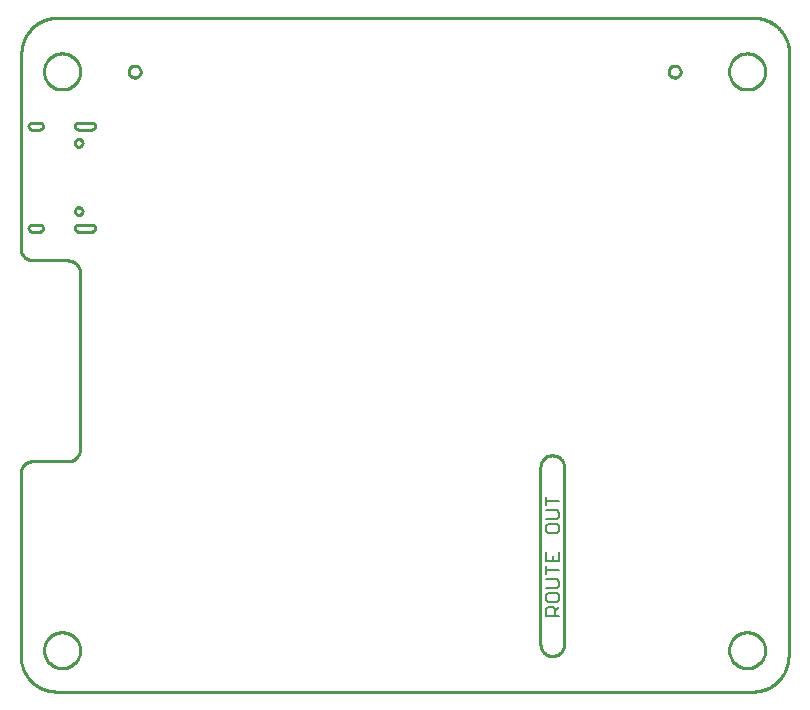
<source format=gko>
G04 EAGLE Gerber RS-274X export*
G75*
%MOMM*%
%FSLAX34Y34*%
%LPD*%
%IN*%
%IPPOS*%
%AMOC8*
5,1,8,0,0,1.08239X$1,22.5*%
G01*
%ADD10C,0.152400*%
%ADD11C,0.254000*%
%ADD12C,0.000000*%
%ADD13C,0.010000*%
%ADD14C,0.254000*%


D10*
X455930Y64084D02*
X444744Y64084D01*
X444744Y69677D01*
X446609Y71541D01*
X450337Y71541D01*
X452201Y69677D01*
X452201Y64084D01*
X452201Y67813D02*
X455930Y71541D01*
X444744Y77642D02*
X444744Y81371D01*
X444744Y77642D02*
X446609Y75778D01*
X454066Y75778D01*
X455930Y77642D01*
X455930Y81371D01*
X454066Y83235D01*
X446609Y83235D01*
X444744Y81371D01*
X444744Y87472D02*
X454066Y87472D01*
X455930Y89336D01*
X455930Y93065D01*
X454066Y94929D01*
X444744Y94929D01*
X444744Y102895D02*
X455930Y102895D01*
X444744Y106623D02*
X444744Y99166D01*
X444744Y110860D02*
X444744Y118317D01*
X444744Y110860D02*
X455930Y110860D01*
X455930Y118317D01*
X450337Y114589D02*
X450337Y110860D01*
X444744Y136112D02*
X444744Y139841D01*
X444744Y136112D02*
X446609Y134248D01*
X454066Y134248D01*
X455930Y136112D01*
X455930Y139841D01*
X454066Y141705D01*
X446609Y141705D01*
X444744Y139841D01*
X444744Y145942D02*
X454066Y145942D01*
X455930Y147806D01*
X455930Y151535D01*
X454066Y153399D01*
X444744Y153399D01*
X444744Y161364D02*
X455930Y161364D01*
X444744Y157636D02*
X444744Y165093D01*
D11*
X620000Y0D02*
X30000Y0D01*
X620000Y0D02*
X620725Y9D01*
X621449Y35D01*
X622173Y79D01*
X622895Y140D01*
X623616Y219D01*
X624335Y315D01*
X625051Y428D01*
X625764Y559D01*
X626474Y707D01*
X627179Y872D01*
X627881Y1054D01*
X628578Y1253D01*
X629271Y1468D01*
X629957Y1701D01*
X630638Y1950D01*
X631313Y2215D01*
X631981Y2496D01*
X632642Y2794D01*
X633296Y3107D01*
X633942Y3436D01*
X634580Y3781D01*
X635209Y4141D01*
X635829Y4516D01*
X636440Y4906D01*
X637042Y5310D01*
X637634Y5729D01*
X638215Y6163D01*
X638786Y6610D01*
X639345Y7071D01*
X639894Y7545D01*
X640430Y8032D01*
X640955Y8532D01*
X641468Y9045D01*
X641968Y9570D01*
X642455Y10106D01*
X642929Y10655D01*
X643390Y11214D01*
X643837Y11785D01*
X644271Y12366D01*
X644690Y12958D01*
X645094Y13560D01*
X645484Y14171D01*
X645859Y14791D01*
X646219Y15420D01*
X646564Y16058D01*
X646893Y16704D01*
X647206Y17358D01*
X647504Y18019D01*
X647785Y18687D01*
X648050Y19362D01*
X648299Y20043D01*
X648532Y20729D01*
X648747Y21422D01*
X648946Y22119D01*
X649128Y22821D01*
X649293Y23526D01*
X649441Y24236D01*
X649572Y24949D01*
X649685Y25665D01*
X649781Y26384D01*
X649860Y27105D01*
X649921Y27827D01*
X649965Y28551D01*
X649991Y29275D01*
X650000Y30000D01*
X650508Y540334D01*
X650499Y541059D01*
X650473Y541783D01*
X650429Y542507D01*
X650368Y543229D01*
X650289Y543950D01*
X650193Y544669D01*
X650080Y545385D01*
X649949Y546098D01*
X649801Y546808D01*
X649636Y547513D01*
X649454Y548215D01*
X649255Y548912D01*
X649040Y549605D01*
X648807Y550291D01*
X648558Y550972D01*
X648293Y551647D01*
X648012Y552315D01*
X647714Y552976D01*
X647401Y553630D01*
X647072Y554276D01*
X646727Y554914D01*
X646367Y555543D01*
X645992Y556163D01*
X645602Y556774D01*
X645198Y557376D01*
X644779Y557968D01*
X644345Y558549D01*
X643898Y559120D01*
X643437Y559679D01*
X642963Y560228D01*
X642476Y560764D01*
X641976Y561289D01*
X641463Y561802D01*
X640938Y562302D01*
X640402Y562789D01*
X639853Y563263D01*
X639294Y563724D01*
X638723Y564171D01*
X638142Y564605D01*
X637550Y565024D01*
X636948Y565428D01*
X636337Y565818D01*
X635717Y566193D01*
X635088Y566553D01*
X634450Y566898D01*
X633804Y567227D01*
X633150Y567540D01*
X632489Y567838D01*
X631821Y568119D01*
X631146Y568384D01*
X630465Y568633D01*
X629779Y568866D01*
X629086Y569081D01*
X628389Y569280D01*
X627687Y569462D01*
X626982Y569627D01*
X626272Y569775D01*
X625559Y569906D01*
X624843Y570019D01*
X624124Y570115D01*
X623403Y570194D01*
X622681Y570255D01*
X621957Y570299D01*
X621233Y570325D01*
X620508Y570334D01*
X30508Y570334D01*
X29783Y570325D01*
X29059Y570299D01*
X28335Y570255D01*
X27613Y570194D01*
X26892Y570115D01*
X26173Y570019D01*
X25457Y569906D01*
X24744Y569775D01*
X24034Y569627D01*
X23329Y569462D01*
X22627Y569280D01*
X21930Y569081D01*
X21237Y568866D01*
X20551Y568633D01*
X19870Y568384D01*
X19195Y568119D01*
X18527Y567838D01*
X17866Y567540D01*
X17212Y567227D01*
X16566Y566898D01*
X15928Y566553D01*
X15299Y566193D01*
X14679Y565818D01*
X14068Y565428D01*
X13466Y565024D01*
X12874Y564605D01*
X12293Y564171D01*
X11722Y563724D01*
X11163Y563263D01*
X10614Y562789D01*
X10078Y562302D01*
X9553Y561802D01*
X9040Y561289D01*
X8540Y560764D01*
X8053Y560228D01*
X7579Y559679D01*
X7118Y559120D01*
X6671Y558549D01*
X6237Y557968D01*
X5818Y557376D01*
X5414Y556774D01*
X5024Y556163D01*
X4649Y555543D01*
X4289Y554914D01*
X3944Y554276D01*
X3615Y553630D01*
X3302Y552976D01*
X3004Y552315D01*
X2723Y551647D01*
X2458Y550972D01*
X2209Y550291D01*
X1976Y549605D01*
X1761Y548912D01*
X1562Y548215D01*
X1380Y547513D01*
X1215Y546808D01*
X1067Y546098D01*
X936Y545385D01*
X823Y544669D01*
X727Y543950D01*
X648Y543229D01*
X587Y542507D01*
X543Y541783D01*
X517Y541059D01*
X508Y540334D01*
X50000Y355000D02*
X50000Y205000D01*
X50000Y355000D02*
X49997Y355242D01*
X49988Y355483D01*
X49974Y355724D01*
X49953Y355965D01*
X49927Y356205D01*
X49895Y356445D01*
X49857Y356684D01*
X49814Y356921D01*
X49764Y357158D01*
X49709Y357393D01*
X49649Y357627D01*
X49582Y357859D01*
X49511Y358090D01*
X49433Y358319D01*
X49350Y358546D01*
X49262Y358771D01*
X49168Y358994D01*
X49069Y359214D01*
X48964Y359432D01*
X48855Y359647D01*
X48740Y359860D01*
X48620Y360070D01*
X48495Y360276D01*
X48365Y360480D01*
X48230Y360681D01*
X48090Y360878D01*
X47946Y361072D01*
X47797Y361262D01*
X47643Y361448D01*
X47485Y361631D01*
X47323Y361810D01*
X47156Y361985D01*
X46985Y362156D01*
X46810Y362323D01*
X46631Y362485D01*
X46448Y362643D01*
X46262Y362797D01*
X46072Y362946D01*
X45878Y363090D01*
X45681Y363230D01*
X45480Y363365D01*
X45276Y363495D01*
X45070Y363620D01*
X44860Y363740D01*
X44647Y363855D01*
X44432Y363964D01*
X44214Y364069D01*
X43994Y364168D01*
X43771Y364262D01*
X43546Y364350D01*
X43319Y364433D01*
X43090Y364511D01*
X42859Y364582D01*
X42627Y364649D01*
X42393Y364709D01*
X42158Y364764D01*
X41921Y364814D01*
X41684Y364857D01*
X41445Y364895D01*
X41205Y364927D01*
X40965Y364953D01*
X40724Y364974D01*
X40483Y364988D01*
X40242Y364997D01*
X40000Y365000D01*
X10000Y365000D01*
X9758Y365003D01*
X9517Y365012D01*
X9276Y365026D01*
X9035Y365047D01*
X8795Y365073D01*
X8555Y365105D01*
X8316Y365143D01*
X8079Y365186D01*
X7842Y365236D01*
X7607Y365291D01*
X7373Y365351D01*
X7141Y365418D01*
X6910Y365489D01*
X6681Y365567D01*
X6454Y365650D01*
X6229Y365738D01*
X6006Y365832D01*
X5786Y365931D01*
X5568Y366036D01*
X5353Y366145D01*
X5140Y366260D01*
X4930Y366380D01*
X4724Y366505D01*
X4520Y366635D01*
X4319Y366770D01*
X4122Y366910D01*
X3928Y367054D01*
X3738Y367203D01*
X3552Y367357D01*
X3369Y367515D01*
X3190Y367677D01*
X3015Y367844D01*
X2844Y368015D01*
X2677Y368190D01*
X2515Y368369D01*
X2357Y368552D01*
X2203Y368738D01*
X2054Y368928D01*
X1910Y369122D01*
X1770Y369319D01*
X1635Y369520D01*
X1505Y369724D01*
X1380Y369930D01*
X1260Y370140D01*
X1145Y370353D01*
X1036Y370568D01*
X931Y370786D01*
X832Y371006D01*
X738Y371229D01*
X650Y371454D01*
X567Y371681D01*
X489Y371910D01*
X418Y372141D01*
X351Y372373D01*
X291Y372607D01*
X236Y372842D01*
X186Y373079D01*
X143Y373316D01*
X105Y373555D01*
X73Y373795D01*
X47Y374035D01*
X26Y374276D01*
X12Y374517D01*
X3Y374758D01*
X0Y375000D01*
X508Y540334D01*
X0Y185000D02*
X0Y30000D01*
X0Y185000D02*
X3Y185242D01*
X12Y185483D01*
X26Y185724D01*
X47Y185965D01*
X73Y186205D01*
X105Y186445D01*
X143Y186684D01*
X186Y186921D01*
X236Y187158D01*
X291Y187393D01*
X351Y187627D01*
X418Y187859D01*
X489Y188090D01*
X567Y188319D01*
X650Y188546D01*
X738Y188771D01*
X832Y188994D01*
X931Y189214D01*
X1036Y189432D01*
X1145Y189647D01*
X1260Y189860D01*
X1380Y190070D01*
X1505Y190276D01*
X1635Y190480D01*
X1770Y190681D01*
X1910Y190878D01*
X2054Y191072D01*
X2203Y191262D01*
X2357Y191448D01*
X2515Y191631D01*
X2677Y191810D01*
X2844Y191985D01*
X3015Y192156D01*
X3190Y192323D01*
X3369Y192485D01*
X3552Y192643D01*
X3738Y192797D01*
X3928Y192946D01*
X4122Y193090D01*
X4319Y193230D01*
X4520Y193365D01*
X4724Y193495D01*
X4930Y193620D01*
X5140Y193740D01*
X5353Y193855D01*
X5568Y193964D01*
X5786Y194069D01*
X6006Y194168D01*
X6229Y194262D01*
X6454Y194350D01*
X6681Y194433D01*
X6910Y194511D01*
X7141Y194582D01*
X7373Y194649D01*
X7607Y194709D01*
X7842Y194764D01*
X8079Y194814D01*
X8316Y194857D01*
X8555Y194895D01*
X8795Y194927D01*
X9035Y194953D01*
X9276Y194974D01*
X9517Y194988D01*
X9758Y194997D01*
X10000Y195000D01*
X40000Y195000D01*
X40242Y195003D01*
X40483Y195012D01*
X40724Y195026D01*
X40965Y195047D01*
X41205Y195073D01*
X41445Y195105D01*
X41684Y195143D01*
X41921Y195186D01*
X42158Y195236D01*
X42393Y195291D01*
X42627Y195351D01*
X42859Y195418D01*
X43090Y195489D01*
X43319Y195567D01*
X43546Y195650D01*
X43771Y195738D01*
X43994Y195832D01*
X44214Y195931D01*
X44432Y196036D01*
X44647Y196145D01*
X44860Y196260D01*
X45070Y196380D01*
X45276Y196505D01*
X45480Y196635D01*
X45681Y196770D01*
X45878Y196910D01*
X46072Y197054D01*
X46262Y197203D01*
X46448Y197357D01*
X46631Y197515D01*
X46810Y197677D01*
X46985Y197844D01*
X47156Y198015D01*
X47323Y198190D01*
X47485Y198369D01*
X47643Y198552D01*
X47797Y198738D01*
X47946Y198928D01*
X48090Y199122D01*
X48230Y199319D01*
X48365Y199520D01*
X48495Y199724D01*
X48620Y199930D01*
X48740Y200140D01*
X48855Y200353D01*
X48964Y200568D01*
X49069Y200786D01*
X49168Y201006D01*
X49262Y201229D01*
X49350Y201454D01*
X49433Y201681D01*
X49511Y201910D01*
X49582Y202141D01*
X49649Y202373D01*
X49709Y202607D01*
X49764Y202842D01*
X49814Y203079D01*
X49857Y203316D01*
X49895Y203555D01*
X49927Y203795D01*
X49953Y204035D01*
X49974Y204276D01*
X49988Y204517D01*
X49997Y204758D01*
X50000Y205000D01*
X0Y30000D02*
X9Y29275D01*
X35Y28551D01*
X79Y27827D01*
X140Y27105D01*
X219Y26384D01*
X315Y25665D01*
X428Y24949D01*
X559Y24236D01*
X707Y23526D01*
X872Y22821D01*
X1054Y22119D01*
X1253Y21422D01*
X1468Y20729D01*
X1701Y20043D01*
X1950Y19362D01*
X2215Y18687D01*
X2496Y18019D01*
X2794Y17358D01*
X3107Y16704D01*
X3436Y16058D01*
X3781Y15420D01*
X4141Y14791D01*
X4516Y14171D01*
X4906Y13560D01*
X5310Y12958D01*
X5729Y12366D01*
X6163Y11785D01*
X6610Y11214D01*
X7071Y10655D01*
X7545Y10106D01*
X8032Y9570D01*
X8532Y9045D01*
X9045Y8532D01*
X9570Y8032D01*
X10106Y7545D01*
X10655Y7071D01*
X11214Y6610D01*
X11785Y6163D01*
X12366Y5729D01*
X12958Y5310D01*
X13560Y4906D01*
X14171Y4516D01*
X14791Y4141D01*
X15420Y3781D01*
X16058Y3436D01*
X16704Y3107D01*
X17358Y2794D01*
X18019Y2496D01*
X18687Y2215D01*
X19362Y1950D01*
X20043Y1701D01*
X20729Y1468D01*
X21422Y1253D01*
X22119Y1054D01*
X22821Y872D01*
X23526Y707D01*
X24236Y559D01*
X24949Y428D01*
X25665Y315D01*
X26384Y219D01*
X27105Y140D01*
X27827Y79D01*
X28551Y35D01*
X29275Y9D01*
X30000Y0D01*
X450000Y30000D02*
X450242Y30003D01*
X450483Y30012D01*
X450724Y30026D01*
X450965Y30047D01*
X451205Y30073D01*
X451445Y30105D01*
X451684Y30143D01*
X451921Y30186D01*
X452158Y30236D01*
X452393Y30291D01*
X452627Y30351D01*
X452859Y30418D01*
X453090Y30489D01*
X453319Y30567D01*
X453546Y30650D01*
X453771Y30738D01*
X453994Y30832D01*
X454214Y30931D01*
X454432Y31036D01*
X454647Y31145D01*
X454860Y31260D01*
X455070Y31380D01*
X455276Y31505D01*
X455480Y31635D01*
X455681Y31770D01*
X455878Y31910D01*
X456072Y32054D01*
X456262Y32203D01*
X456448Y32357D01*
X456631Y32515D01*
X456810Y32677D01*
X456985Y32844D01*
X457156Y33015D01*
X457323Y33190D01*
X457485Y33369D01*
X457643Y33552D01*
X457797Y33738D01*
X457946Y33928D01*
X458090Y34122D01*
X458230Y34319D01*
X458365Y34520D01*
X458495Y34724D01*
X458620Y34930D01*
X458740Y35140D01*
X458855Y35353D01*
X458964Y35568D01*
X459069Y35786D01*
X459168Y36006D01*
X459262Y36229D01*
X459350Y36454D01*
X459433Y36681D01*
X459511Y36910D01*
X459582Y37141D01*
X459649Y37373D01*
X459709Y37607D01*
X459764Y37842D01*
X459814Y38079D01*
X459857Y38316D01*
X459895Y38555D01*
X459927Y38795D01*
X459953Y39035D01*
X459974Y39276D01*
X459988Y39517D01*
X459997Y39758D01*
X460000Y40000D01*
X460000Y190000D01*
X459997Y190242D01*
X459988Y190483D01*
X459974Y190724D01*
X459953Y190965D01*
X459927Y191205D01*
X459895Y191445D01*
X459857Y191684D01*
X459814Y191921D01*
X459764Y192158D01*
X459709Y192393D01*
X459649Y192627D01*
X459582Y192859D01*
X459511Y193090D01*
X459433Y193319D01*
X459350Y193546D01*
X459262Y193771D01*
X459168Y193994D01*
X459069Y194214D01*
X458964Y194432D01*
X458855Y194647D01*
X458740Y194860D01*
X458620Y195070D01*
X458495Y195276D01*
X458365Y195480D01*
X458230Y195681D01*
X458090Y195878D01*
X457946Y196072D01*
X457797Y196262D01*
X457643Y196448D01*
X457485Y196631D01*
X457323Y196810D01*
X457156Y196985D01*
X456985Y197156D01*
X456810Y197323D01*
X456631Y197485D01*
X456448Y197643D01*
X456262Y197797D01*
X456072Y197946D01*
X455878Y198090D01*
X455681Y198230D01*
X455480Y198365D01*
X455276Y198495D01*
X455070Y198620D01*
X454860Y198740D01*
X454647Y198855D01*
X454432Y198964D01*
X454214Y199069D01*
X453994Y199168D01*
X453771Y199262D01*
X453546Y199350D01*
X453319Y199433D01*
X453090Y199511D01*
X452859Y199582D01*
X452627Y199649D01*
X452393Y199709D01*
X452158Y199764D01*
X451921Y199814D01*
X451684Y199857D01*
X451445Y199895D01*
X451205Y199927D01*
X450965Y199953D01*
X450724Y199974D01*
X450483Y199988D01*
X450242Y199997D01*
X450000Y200000D01*
X449758Y199997D01*
X449517Y199988D01*
X449276Y199974D01*
X449035Y199953D01*
X448795Y199927D01*
X448555Y199895D01*
X448316Y199857D01*
X448079Y199814D01*
X447842Y199764D01*
X447607Y199709D01*
X447373Y199649D01*
X447141Y199582D01*
X446910Y199511D01*
X446681Y199433D01*
X446454Y199350D01*
X446229Y199262D01*
X446006Y199168D01*
X445786Y199069D01*
X445568Y198964D01*
X445353Y198855D01*
X445140Y198740D01*
X444930Y198620D01*
X444724Y198495D01*
X444520Y198365D01*
X444319Y198230D01*
X444122Y198090D01*
X443928Y197946D01*
X443738Y197797D01*
X443552Y197643D01*
X443369Y197485D01*
X443190Y197323D01*
X443015Y197156D01*
X442844Y196985D01*
X442677Y196810D01*
X442515Y196631D01*
X442357Y196448D01*
X442203Y196262D01*
X442054Y196072D01*
X441910Y195878D01*
X441770Y195681D01*
X441635Y195480D01*
X441505Y195276D01*
X441380Y195070D01*
X441260Y194860D01*
X441145Y194647D01*
X441036Y194432D01*
X440931Y194214D01*
X440832Y193994D01*
X440738Y193771D01*
X440650Y193546D01*
X440567Y193319D01*
X440489Y193090D01*
X440418Y192859D01*
X440351Y192627D01*
X440291Y192393D01*
X440236Y192158D01*
X440186Y191921D01*
X440143Y191684D01*
X440105Y191445D01*
X440073Y191205D01*
X440047Y190965D01*
X440026Y190724D01*
X440012Y190483D01*
X440003Y190242D01*
X440000Y190000D01*
X440000Y40000D01*
X440003Y39758D01*
X440012Y39517D01*
X440026Y39276D01*
X440047Y39035D01*
X440073Y38795D01*
X440105Y38555D01*
X440143Y38316D01*
X440186Y38079D01*
X440236Y37842D01*
X440291Y37607D01*
X440351Y37373D01*
X440418Y37141D01*
X440489Y36910D01*
X440567Y36681D01*
X440650Y36454D01*
X440738Y36229D01*
X440832Y36006D01*
X440931Y35786D01*
X441036Y35568D01*
X441145Y35353D01*
X441260Y35140D01*
X441380Y34930D01*
X441505Y34724D01*
X441635Y34520D01*
X441770Y34319D01*
X441910Y34122D01*
X442054Y33928D01*
X442203Y33738D01*
X442357Y33552D01*
X442515Y33369D01*
X442677Y33190D01*
X442844Y33015D01*
X443015Y32844D01*
X443190Y32677D01*
X443369Y32515D01*
X443552Y32357D01*
X443738Y32203D01*
X443928Y32054D01*
X444122Y31910D01*
X444319Y31770D01*
X444520Y31635D01*
X444724Y31505D01*
X444930Y31380D01*
X445140Y31260D01*
X445353Y31145D01*
X445568Y31036D01*
X445786Y30931D01*
X446006Y30832D01*
X446229Y30738D01*
X446454Y30650D01*
X446681Y30567D01*
X446910Y30489D01*
X447141Y30418D01*
X447373Y30351D01*
X447607Y30291D01*
X447842Y30236D01*
X448079Y30186D01*
X448316Y30143D01*
X448555Y30105D01*
X448795Y30073D01*
X449035Y30047D01*
X449276Y30026D01*
X449517Y30012D01*
X449758Y30003D01*
X450000Y30000D01*
D12*
X45800Y464510D02*
X45802Y464623D01*
X45808Y464737D01*
X45818Y464850D01*
X45832Y464962D01*
X45849Y465074D01*
X45871Y465186D01*
X45897Y465296D01*
X45926Y465406D01*
X45959Y465514D01*
X45996Y465622D01*
X46037Y465727D01*
X46081Y465832D01*
X46129Y465935D01*
X46180Y466036D01*
X46235Y466135D01*
X46294Y466232D01*
X46356Y466327D01*
X46421Y466420D01*
X46489Y466511D01*
X46560Y466599D01*
X46635Y466685D01*
X46712Y466768D01*
X46792Y466848D01*
X46875Y466925D01*
X46961Y467000D01*
X47049Y467071D01*
X47140Y467139D01*
X47233Y467204D01*
X47328Y467266D01*
X47425Y467325D01*
X47524Y467380D01*
X47625Y467431D01*
X47728Y467479D01*
X47833Y467523D01*
X47938Y467564D01*
X48046Y467601D01*
X48154Y467634D01*
X48264Y467663D01*
X48374Y467689D01*
X48486Y467711D01*
X48598Y467728D01*
X48710Y467742D01*
X48823Y467752D01*
X48937Y467758D01*
X49050Y467760D01*
X49163Y467758D01*
X49277Y467752D01*
X49390Y467742D01*
X49502Y467728D01*
X49614Y467711D01*
X49726Y467689D01*
X49836Y467663D01*
X49946Y467634D01*
X50054Y467601D01*
X50162Y467564D01*
X50267Y467523D01*
X50372Y467479D01*
X50475Y467431D01*
X50576Y467380D01*
X50675Y467325D01*
X50772Y467266D01*
X50867Y467204D01*
X50960Y467139D01*
X51051Y467071D01*
X51139Y467000D01*
X51225Y466925D01*
X51308Y466848D01*
X51388Y466768D01*
X51465Y466685D01*
X51540Y466599D01*
X51611Y466511D01*
X51679Y466420D01*
X51744Y466327D01*
X51806Y466232D01*
X51865Y466135D01*
X51920Y466036D01*
X51971Y465935D01*
X52019Y465832D01*
X52063Y465727D01*
X52104Y465622D01*
X52141Y465514D01*
X52174Y465406D01*
X52203Y465296D01*
X52229Y465186D01*
X52251Y465074D01*
X52268Y464962D01*
X52282Y464850D01*
X52292Y464737D01*
X52298Y464623D01*
X52300Y464510D01*
X52298Y464397D01*
X52292Y464283D01*
X52282Y464170D01*
X52268Y464058D01*
X52251Y463946D01*
X52229Y463834D01*
X52203Y463724D01*
X52174Y463614D01*
X52141Y463506D01*
X52104Y463398D01*
X52063Y463293D01*
X52019Y463188D01*
X51971Y463085D01*
X51920Y462984D01*
X51865Y462885D01*
X51806Y462788D01*
X51744Y462693D01*
X51679Y462600D01*
X51611Y462509D01*
X51540Y462421D01*
X51465Y462335D01*
X51388Y462252D01*
X51308Y462172D01*
X51225Y462095D01*
X51139Y462020D01*
X51051Y461949D01*
X50960Y461881D01*
X50867Y461816D01*
X50772Y461754D01*
X50675Y461695D01*
X50576Y461640D01*
X50475Y461589D01*
X50372Y461541D01*
X50267Y461497D01*
X50162Y461456D01*
X50054Y461419D01*
X49946Y461386D01*
X49836Y461357D01*
X49726Y461331D01*
X49614Y461309D01*
X49502Y461292D01*
X49390Y461278D01*
X49277Y461268D01*
X49163Y461262D01*
X49050Y461260D01*
X48937Y461262D01*
X48823Y461268D01*
X48710Y461278D01*
X48598Y461292D01*
X48486Y461309D01*
X48374Y461331D01*
X48264Y461357D01*
X48154Y461386D01*
X48046Y461419D01*
X47938Y461456D01*
X47833Y461497D01*
X47728Y461541D01*
X47625Y461589D01*
X47524Y461640D01*
X47425Y461695D01*
X47328Y461754D01*
X47233Y461816D01*
X47140Y461881D01*
X47049Y461949D01*
X46961Y462020D01*
X46875Y462095D01*
X46792Y462172D01*
X46712Y462252D01*
X46635Y462335D01*
X46560Y462421D01*
X46489Y462509D01*
X46421Y462600D01*
X46356Y462693D01*
X46294Y462788D01*
X46235Y462885D01*
X46180Y462984D01*
X46129Y463085D01*
X46081Y463188D01*
X46037Y463293D01*
X45996Y463398D01*
X45959Y463506D01*
X45926Y463614D01*
X45897Y463724D01*
X45871Y463834D01*
X45849Y463946D01*
X45832Y464058D01*
X45818Y464170D01*
X45808Y464283D01*
X45802Y464397D01*
X45800Y464510D01*
X45800Y406710D02*
X45802Y406823D01*
X45808Y406937D01*
X45818Y407050D01*
X45832Y407162D01*
X45849Y407274D01*
X45871Y407386D01*
X45897Y407496D01*
X45926Y407606D01*
X45959Y407714D01*
X45996Y407822D01*
X46037Y407927D01*
X46081Y408032D01*
X46129Y408135D01*
X46180Y408236D01*
X46235Y408335D01*
X46294Y408432D01*
X46356Y408527D01*
X46421Y408620D01*
X46489Y408711D01*
X46560Y408799D01*
X46635Y408885D01*
X46712Y408968D01*
X46792Y409048D01*
X46875Y409125D01*
X46961Y409200D01*
X47049Y409271D01*
X47140Y409339D01*
X47233Y409404D01*
X47328Y409466D01*
X47425Y409525D01*
X47524Y409580D01*
X47625Y409631D01*
X47728Y409679D01*
X47833Y409723D01*
X47938Y409764D01*
X48046Y409801D01*
X48154Y409834D01*
X48264Y409863D01*
X48374Y409889D01*
X48486Y409911D01*
X48598Y409928D01*
X48710Y409942D01*
X48823Y409952D01*
X48937Y409958D01*
X49050Y409960D01*
X49163Y409958D01*
X49277Y409952D01*
X49390Y409942D01*
X49502Y409928D01*
X49614Y409911D01*
X49726Y409889D01*
X49836Y409863D01*
X49946Y409834D01*
X50054Y409801D01*
X50162Y409764D01*
X50267Y409723D01*
X50372Y409679D01*
X50475Y409631D01*
X50576Y409580D01*
X50675Y409525D01*
X50772Y409466D01*
X50867Y409404D01*
X50960Y409339D01*
X51051Y409271D01*
X51139Y409200D01*
X51225Y409125D01*
X51308Y409048D01*
X51388Y408968D01*
X51465Y408885D01*
X51540Y408799D01*
X51611Y408711D01*
X51679Y408620D01*
X51744Y408527D01*
X51806Y408432D01*
X51865Y408335D01*
X51920Y408236D01*
X51971Y408135D01*
X52019Y408032D01*
X52063Y407927D01*
X52104Y407822D01*
X52141Y407714D01*
X52174Y407606D01*
X52203Y407496D01*
X52229Y407386D01*
X52251Y407274D01*
X52268Y407162D01*
X52282Y407050D01*
X52292Y406937D01*
X52298Y406823D01*
X52300Y406710D01*
X52298Y406597D01*
X52292Y406483D01*
X52282Y406370D01*
X52268Y406258D01*
X52251Y406146D01*
X52229Y406034D01*
X52203Y405924D01*
X52174Y405814D01*
X52141Y405706D01*
X52104Y405598D01*
X52063Y405493D01*
X52019Y405388D01*
X51971Y405285D01*
X51920Y405184D01*
X51865Y405085D01*
X51806Y404988D01*
X51744Y404893D01*
X51679Y404800D01*
X51611Y404709D01*
X51540Y404621D01*
X51465Y404535D01*
X51388Y404452D01*
X51308Y404372D01*
X51225Y404295D01*
X51139Y404220D01*
X51051Y404149D01*
X50960Y404081D01*
X50867Y404016D01*
X50772Y403954D01*
X50675Y403895D01*
X50576Y403840D01*
X50475Y403789D01*
X50372Y403741D01*
X50267Y403697D01*
X50162Y403656D01*
X50054Y403619D01*
X49946Y403586D01*
X49836Y403557D01*
X49726Y403531D01*
X49614Y403509D01*
X49502Y403492D01*
X49390Y403478D01*
X49277Y403468D01*
X49163Y403462D01*
X49050Y403460D01*
X48937Y403462D01*
X48823Y403468D01*
X48710Y403478D01*
X48598Y403492D01*
X48486Y403509D01*
X48374Y403531D01*
X48264Y403557D01*
X48154Y403586D01*
X48046Y403619D01*
X47938Y403656D01*
X47833Y403697D01*
X47728Y403741D01*
X47625Y403789D01*
X47524Y403840D01*
X47425Y403895D01*
X47328Y403954D01*
X47233Y404016D01*
X47140Y404081D01*
X47049Y404149D01*
X46961Y404220D01*
X46875Y404295D01*
X46792Y404372D01*
X46712Y404452D01*
X46635Y404535D01*
X46560Y404621D01*
X46489Y404709D01*
X46421Y404800D01*
X46356Y404893D01*
X46294Y404988D01*
X46235Y405085D01*
X46180Y405184D01*
X46129Y405285D01*
X46081Y405388D01*
X46037Y405493D01*
X45996Y405598D01*
X45959Y405706D01*
X45926Y405814D01*
X45897Y405924D01*
X45871Y406034D01*
X45849Y406146D01*
X45832Y406258D01*
X45818Y406370D01*
X45808Y406483D01*
X45802Y406597D01*
X45800Y406710D01*
D13*
X15700Y481810D02*
X9500Y481810D01*
X9500Y475810D02*
X15700Y475810D01*
X15808Y475812D01*
X15916Y475818D01*
X16024Y475828D01*
X16132Y475841D01*
X16239Y475859D01*
X16345Y475880D01*
X16450Y475905D01*
X16555Y475934D01*
X16658Y475967D01*
X16760Y476003D01*
X16861Y476044D01*
X16960Y476087D01*
X17057Y476135D01*
X17153Y476185D01*
X17247Y476239D01*
X17338Y476297D01*
X17428Y476358D01*
X17516Y476422D01*
X17601Y476489D01*
X17683Y476559D01*
X17763Y476632D01*
X17840Y476708D01*
X17915Y476787D01*
X17986Y476868D01*
X18055Y476952D01*
X18121Y477038D01*
X18183Y477126D01*
X18242Y477217D01*
X18298Y477310D01*
X18351Y477405D01*
X18400Y477501D01*
X18445Y477600D01*
X18487Y477700D01*
X18525Y477801D01*
X18560Y477904D01*
X18591Y478007D01*
X18618Y478112D01*
X18641Y478218D01*
X18660Y478325D01*
X18676Y478432D01*
X18688Y478540D01*
X18696Y478648D01*
X18700Y478756D01*
X18700Y478864D01*
X18696Y478972D01*
X18688Y479080D01*
X18676Y479188D01*
X18660Y479295D01*
X18641Y479402D01*
X18618Y479508D01*
X18591Y479613D01*
X18560Y479716D01*
X18525Y479819D01*
X18487Y479920D01*
X18445Y480020D01*
X18400Y480119D01*
X18351Y480215D01*
X18298Y480310D01*
X18242Y480403D01*
X18183Y480494D01*
X18121Y480582D01*
X18055Y480668D01*
X17986Y480752D01*
X17915Y480833D01*
X17840Y480912D01*
X17763Y480988D01*
X17683Y481061D01*
X17601Y481131D01*
X17516Y481198D01*
X17428Y481262D01*
X17338Y481323D01*
X17247Y481381D01*
X17153Y481435D01*
X17057Y481485D01*
X16960Y481533D01*
X16861Y481576D01*
X16760Y481617D01*
X16658Y481653D01*
X16555Y481686D01*
X16450Y481715D01*
X16345Y481740D01*
X16239Y481761D01*
X16132Y481779D01*
X16024Y481792D01*
X15916Y481802D01*
X15808Y481808D01*
X15700Y481810D01*
X9500Y481810D02*
X9392Y481808D01*
X9284Y481802D01*
X9176Y481792D01*
X9068Y481779D01*
X8961Y481761D01*
X8855Y481740D01*
X8750Y481715D01*
X8645Y481686D01*
X8542Y481653D01*
X8440Y481617D01*
X8339Y481576D01*
X8240Y481533D01*
X8143Y481485D01*
X8047Y481435D01*
X7953Y481381D01*
X7862Y481323D01*
X7772Y481262D01*
X7684Y481198D01*
X7599Y481131D01*
X7517Y481061D01*
X7437Y480988D01*
X7360Y480912D01*
X7285Y480833D01*
X7214Y480752D01*
X7145Y480668D01*
X7079Y480582D01*
X7017Y480494D01*
X6958Y480403D01*
X6902Y480310D01*
X6849Y480215D01*
X6800Y480119D01*
X6755Y480020D01*
X6713Y479920D01*
X6675Y479819D01*
X6640Y479716D01*
X6609Y479613D01*
X6582Y479508D01*
X6559Y479402D01*
X6540Y479295D01*
X6524Y479188D01*
X6512Y479080D01*
X6504Y478972D01*
X6500Y478864D01*
X6500Y478756D01*
X6504Y478648D01*
X6512Y478540D01*
X6524Y478432D01*
X6540Y478325D01*
X6559Y478218D01*
X6582Y478112D01*
X6609Y478007D01*
X6640Y477904D01*
X6675Y477801D01*
X6713Y477700D01*
X6755Y477600D01*
X6800Y477501D01*
X6849Y477405D01*
X6902Y477310D01*
X6958Y477217D01*
X7017Y477126D01*
X7079Y477038D01*
X7145Y476952D01*
X7214Y476868D01*
X7285Y476787D01*
X7360Y476708D01*
X7437Y476632D01*
X7517Y476559D01*
X7599Y476489D01*
X7684Y476422D01*
X7772Y476358D01*
X7862Y476297D01*
X7953Y476239D01*
X8047Y476185D01*
X8143Y476135D01*
X8240Y476087D01*
X8339Y476044D01*
X8440Y476003D01*
X8542Y475967D01*
X8645Y475934D01*
X8750Y475905D01*
X8855Y475880D01*
X8961Y475859D01*
X9068Y475841D01*
X9176Y475828D01*
X9284Y475818D01*
X9392Y475812D01*
X9500Y475810D01*
X48850Y481810D02*
X59850Y481810D01*
X59850Y475810D02*
X48850Y475810D01*
X48742Y475812D01*
X48634Y475818D01*
X48526Y475828D01*
X48418Y475841D01*
X48311Y475859D01*
X48205Y475880D01*
X48100Y475905D01*
X47995Y475934D01*
X47892Y475967D01*
X47790Y476003D01*
X47689Y476044D01*
X47590Y476087D01*
X47493Y476135D01*
X47397Y476185D01*
X47303Y476239D01*
X47212Y476297D01*
X47122Y476358D01*
X47034Y476422D01*
X46949Y476489D01*
X46867Y476559D01*
X46787Y476632D01*
X46710Y476708D01*
X46635Y476787D01*
X46564Y476868D01*
X46495Y476952D01*
X46429Y477038D01*
X46367Y477126D01*
X46308Y477217D01*
X46252Y477310D01*
X46199Y477405D01*
X46150Y477501D01*
X46105Y477600D01*
X46063Y477700D01*
X46025Y477801D01*
X45990Y477904D01*
X45959Y478007D01*
X45932Y478112D01*
X45909Y478218D01*
X45890Y478325D01*
X45874Y478432D01*
X45862Y478540D01*
X45854Y478648D01*
X45850Y478756D01*
X45850Y478864D01*
X45854Y478972D01*
X45862Y479080D01*
X45874Y479188D01*
X45890Y479295D01*
X45909Y479402D01*
X45932Y479508D01*
X45959Y479613D01*
X45990Y479716D01*
X46025Y479819D01*
X46063Y479920D01*
X46105Y480020D01*
X46150Y480119D01*
X46199Y480215D01*
X46252Y480310D01*
X46308Y480403D01*
X46367Y480494D01*
X46429Y480582D01*
X46495Y480668D01*
X46564Y480752D01*
X46635Y480833D01*
X46710Y480912D01*
X46787Y480988D01*
X46867Y481061D01*
X46949Y481131D01*
X47034Y481198D01*
X47122Y481262D01*
X47212Y481323D01*
X47303Y481381D01*
X47397Y481435D01*
X47493Y481485D01*
X47590Y481533D01*
X47689Y481576D01*
X47790Y481617D01*
X47892Y481653D01*
X47995Y481686D01*
X48100Y481715D01*
X48205Y481740D01*
X48311Y481761D01*
X48418Y481779D01*
X48526Y481792D01*
X48634Y481802D01*
X48742Y481808D01*
X48850Y481810D01*
X59850Y481810D02*
X59958Y481808D01*
X60066Y481802D01*
X60174Y481792D01*
X60282Y481779D01*
X60389Y481761D01*
X60495Y481740D01*
X60600Y481715D01*
X60705Y481686D01*
X60808Y481653D01*
X60910Y481617D01*
X61011Y481576D01*
X61110Y481533D01*
X61207Y481485D01*
X61303Y481435D01*
X61397Y481381D01*
X61488Y481323D01*
X61578Y481262D01*
X61666Y481198D01*
X61751Y481131D01*
X61833Y481061D01*
X61913Y480988D01*
X61990Y480912D01*
X62065Y480833D01*
X62136Y480752D01*
X62205Y480668D01*
X62271Y480582D01*
X62333Y480494D01*
X62392Y480403D01*
X62448Y480310D01*
X62501Y480215D01*
X62550Y480119D01*
X62595Y480020D01*
X62637Y479920D01*
X62675Y479819D01*
X62710Y479716D01*
X62741Y479613D01*
X62768Y479508D01*
X62791Y479402D01*
X62810Y479295D01*
X62826Y479188D01*
X62838Y479080D01*
X62846Y478972D01*
X62850Y478864D01*
X62850Y478756D01*
X62846Y478648D01*
X62838Y478540D01*
X62826Y478432D01*
X62810Y478325D01*
X62791Y478218D01*
X62768Y478112D01*
X62741Y478007D01*
X62710Y477904D01*
X62675Y477801D01*
X62637Y477700D01*
X62595Y477600D01*
X62550Y477501D01*
X62501Y477405D01*
X62448Y477310D01*
X62392Y477217D01*
X62333Y477126D01*
X62271Y477038D01*
X62205Y476952D01*
X62136Y476868D01*
X62065Y476787D01*
X61990Y476708D01*
X61913Y476632D01*
X61833Y476559D01*
X61751Y476489D01*
X61666Y476422D01*
X61578Y476358D01*
X61488Y476297D01*
X61397Y476239D01*
X61303Y476185D01*
X61207Y476135D01*
X61110Y476087D01*
X61011Y476044D01*
X60910Y476003D01*
X60808Y475967D01*
X60705Y475934D01*
X60600Y475905D01*
X60495Y475880D01*
X60389Y475859D01*
X60282Y475841D01*
X60174Y475828D01*
X60066Y475818D01*
X59958Y475812D01*
X59850Y475810D01*
X15700Y395410D02*
X9500Y395410D01*
X9500Y389410D02*
X15700Y389410D01*
X15808Y389412D01*
X15916Y389418D01*
X16024Y389428D01*
X16132Y389441D01*
X16239Y389459D01*
X16345Y389480D01*
X16450Y389505D01*
X16555Y389534D01*
X16658Y389567D01*
X16760Y389603D01*
X16861Y389644D01*
X16960Y389687D01*
X17057Y389735D01*
X17153Y389785D01*
X17247Y389839D01*
X17338Y389897D01*
X17428Y389958D01*
X17516Y390022D01*
X17601Y390089D01*
X17683Y390159D01*
X17763Y390232D01*
X17840Y390308D01*
X17915Y390387D01*
X17986Y390468D01*
X18055Y390552D01*
X18121Y390638D01*
X18183Y390726D01*
X18242Y390817D01*
X18298Y390910D01*
X18351Y391005D01*
X18400Y391101D01*
X18445Y391200D01*
X18487Y391300D01*
X18525Y391401D01*
X18560Y391504D01*
X18591Y391607D01*
X18618Y391712D01*
X18641Y391818D01*
X18660Y391925D01*
X18676Y392032D01*
X18688Y392140D01*
X18696Y392248D01*
X18700Y392356D01*
X18700Y392464D01*
X18696Y392572D01*
X18688Y392680D01*
X18676Y392788D01*
X18660Y392895D01*
X18641Y393002D01*
X18618Y393108D01*
X18591Y393213D01*
X18560Y393316D01*
X18525Y393419D01*
X18487Y393520D01*
X18445Y393620D01*
X18400Y393719D01*
X18351Y393815D01*
X18298Y393910D01*
X18242Y394003D01*
X18183Y394094D01*
X18121Y394182D01*
X18055Y394268D01*
X17986Y394352D01*
X17915Y394433D01*
X17840Y394512D01*
X17763Y394588D01*
X17683Y394661D01*
X17601Y394731D01*
X17516Y394798D01*
X17428Y394862D01*
X17338Y394923D01*
X17247Y394981D01*
X17153Y395035D01*
X17057Y395085D01*
X16960Y395133D01*
X16861Y395176D01*
X16760Y395217D01*
X16658Y395253D01*
X16555Y395286D01*
X16450Y395315D01*
X16345Y395340D01*
X16239Y395361D01*
X16132Y395379D01*
X16024Y395392D01*
X15916Y395402D01*
X15808Y395408D01*
X15700Y395410D01*
X9500Y395410D02*
X9392Y395408D01*
X9284Y395402D01*
X9176Y395392D01*
X9068Y395379D01*
X8961Y395361D01*
X8855Y395340D01*
X8750Y395315D01*
X8645Y395286D01*
X8542Y395253D01*
X8440Y395217D01*
X8339Y395176D01*
X8240Y395133D01*
X8143Y395085D01*
X8047Y395035D01*
X7953Y394981D01*
X7862Y394923D01*
X7772Y394862D01*
X7684Y394798D01*
X7599Y394731D01*
X7517Y394661D01*
X7437Y394588D01*
X7360Y394512D01*
X7285Y394433D01*
X7214Y394352D01*
X7145Y394268D01*
X7079Y394182D01*
X7017Y394094D01*
X6958Y394003D01*
X6902Y393910D01*
X6849Y393815D01*
X6800Y393719D01*
X6755Y393620D01*
X6713Y393520D01*
X6675Y393419D01*
X6640Y393316D01*
X6609Y393213D01*
X6582Y393108D01*
X6559Y393002D01*
X6540Y392895D01*
X6524Y392788D01*
X6512Y392680D01*
X6504Y392572D01*
X6500Y392464D01*
X6500Y392356D01*
X6504Y392248D01*
X6512Y392140D01*
X6524Y392032D01*
X6540Y391925D01*
X6559Y391818D01*
X6582Y391712D01*
X6609Y391607D01*
X6640Y391504D01*
X6675Y391401D01*
X6713Y391300D01*
X6755Y391200D01*
X6800Y391101D01*
X6849Y391005D01*
X6902Y390910D01*
X6958Y390817D01*
X7017Y390726D01*
X7079Y390638D01*
X7145Y390552D01*
X7214Y390468D01*
X7285Y390387D01*
X7360Y390308D01*
X7437Y390232D01*
X7517Y390159D01*
X7599Y390089D01*
X7684Y390022D01*
X7772Y389958D01*
X7862Y389897D01*
X7953Y389839D01*
X8047Y389785D01*
X8143Y389735D01*
X8240Y389687D01*
X8339Y389644D01*
X8440Y389603D01*
X8542Y389567D01*
X8645Y389534D01*
X8750Y389505D01*
X8855Y389480D01*
X8961Y389459D01*
X9068Y389441D01*
X9176Y389428D01*
X9284Y389418D01*
X9392Y389412D01*
X9500Y389410D01*
X48850Y395410D02*
X59850Y395410D01*
X59850Y389410D02*
X48850Y389410D01*
X48742Y389412D01*
X48634Y389418D01*
X48526Y389428D01*
X48418Y389441D01*
X48311Y389459D01*
X48205Y389480D01*
X48100Y389505D01*
X47995Y389534D01*
X47892Y389567D01*
X47790Y389603D01*
X47689Y389644D01*
X47590Y389687D01*
X47493Y389735D01*
X47397Y389785D01*
X47303Y389839D01*
X47212Y389897D01*
X47122Y389958D01*
X47034Y390022D01*
X46949Y390089D01*
X46867Y390159D01*
X46787Y390232D01*
X46710Y390308D01*
X46635Y390387D01*
X46564Y390468D01*
X46495Y390552D01*
X46429Y390638D01*
X46367Y390726D01*
X46308Y390817D01*
X46252Y390910D01*
X46199Y391005D01*
X46150Y391101D01*
X46105Y391200D01*
X46063Y391300D01*
X46025Y391401D01*
X45990Y391504D01*
X45959Y391607D01*
X45932Y391712D01*
X45909Y391818D01*
X45890Y391925D01*
X45874Y392032D01*
X45862Y392140D01*
X45854Y392248D01*
X45850Y392356D01*
X45850Y392464D01*
X45854Y392572D01*
X45862Y392680D01*
X45874Y392788D01*
X45890Y392895D01*
X45909Y393002D01*
X45932Y393108D01*
X45959Y393213D01*
X45990Y393316D01*
X46025Y393419D01*
X46063Y393520D01*
X46105Y393620D01*
X46150Y393719D01*
X46199Y393815D01*
X46252Y393910D01*
X46308Y394003D01*
X46367Y394094D01*
X46429Y394182D01*
X46495Y394268D01*
X46564Y394352D01*
X46635Y394433D01*
X46710Y394512D01*
X46787Y394588D01*
X46867Y394661D01*
X46949Y394731D01*
X47034Y394798D01*
X47122Y394862D01*
X47212Y394923D01*
X47303Y394981D01*
X47397Y395035D01*
X47493Y395085D01*
X47590Y395133D01*
X47689Y395176D01*
X47790Y395217D01*
X47892Y395253D01*
X47995Y395286D01*
X48100Y395315D01*
X48205Y395340D01*
X48311Y395361D01*
X48418Y395379D01*
X48526Y395392D01*
X48634Y395402D01*
X48742Y395408D01*
X48850Y395410D01*
X59850Y395410D02*
X59958Y395408D01*
X60066Y395402D01*
X60174Y395392D01*
X60282Y395379D01*
X60389Y395361D01*
X60495Y395340D01*
X60600Y395315D01*
X60705Y395286D01*
X60808Y395253D01*
X60910Y395217D01*
X61011Y395176D01*
X61110Y395133D01*
X61207Y395085D01*
X61303Y395035D01*
X61397Y394981D01*
X61488Y394923D01*
X61578Y394862D01*
X61666Y394798D01*
X61751Y394731D01*
X61833Y394661D01*
X61913Y394588D01*
X61990Y394512D01*
X62065Y394433D01*
X62136Y394352D01*
X62205Y394268D01*
X62271Y394182D01*
X62333Y394094D01*
X62392Y394003D01*
X62448Y393910D01*
X62501Y393815D01*
X62550Y393719D01*
X62595Y393620D01*
X62637Y393520D01*
X62675Y393419D01*
X62710Y393316D01*
X62741Y393213D01*
X62768Y393108D01*
X62791Y393002D01*
X62810Y392895D01*
X62826Y392788D01*
X62838Y392680D01*
X62846Y392572D01*
X62850Y392464D01*
X62850Y392356D01*
X62846Y392248D01*
X62838Y392140D01*
X62826Y392032D01*
X62810Y391925D01*
X62791Y391818D01*
X62768Y391712D01*
X62741Y391607D01*
X62710Y391504D01*
X62675Y391401D01*
X62637Y391300D01*
X62595Y391200D01*
X62550Y391101D01*
X62501Y391005D01*
X62448Y390910D01*
X62392Y390817D01*
X62333Y390726D01*
X62271Y390638D01*
X62205Y390552D01*
X62136Y390468D01*
X62065Y390387D01*
X61990Y390308D01*
X61913Y390232D01*
X61833Y390159D01*
X61751Y390089D01*
X61666Y390022D01*
X61578Y389958D01*
X61488Y389897D01*
X61397Y389839D01*
X61303Y389785D01*
X61207Y389735D01*
X61110Y389687D01*
X61011Y389644D01*
X60910Y389603D01*
X60808Y389567D01*
X60705Y389534D01*
X60600Y389505D01*
X60495Y389480D01*
X60389Y389459D01*
X60282Y389441D01*
X60174Y389428D01*
X60066Y389418D01*
X59958Y389412D01*
X59850Y389410D01*
X15700Y481810D02*
X9500Y481810D01*
X9500Y475810D02*
X15700Y475810D01*
X15808Y475812D01*
X15916Y475818D01*
X16024Y475828D01*
X16132Y475841D01*
X16239Y475859D01*
X16345Y475880D01*
X16450Y475905D01*
X16555Y475934D01*
X16658Y475967D01*
X16760Y476003D01*
X16861Y476044D01*
X16960Y476087D01*
X17057Y476135D01*
X17153Y476185D01*
X17247Y476239D01*
X17338Y476297D01*
X17428Y476358D01*
X17516Y476422D01*
X17601Y476489D01*
X17683Y476559D01*
X17763Y476632D01*
X17840Y476708D01*
X17915Y476787D01*
X17986Y476868D01*
X18055Y476952D01*
X18121Y477038D01*
X18183Y477126D01*
X18242Y477217D01*
X18298Y477310D01*
X18351Y477405D01*
X18400Y477501D01*
X18445Y477600D01*
X18487Y477700D01*
X18525Y477801D01*
X18560Y477904D01*
X18591Y478007D01*
X18618Y478112D01*
X18641Y478218D01*
X18660Y478325D01*
X18676Y478432D01*
X18688Y478540D01*
X18696Y478648D01*
X18700Y478756D01*
X18700Y478864D01*
X18696Y478972D01*
X18688Y479080D01*
X18676Y479188D01*
X18660Y479295D01*
X18641Y479402D01*
X18618Y479508D01*
X18591Y479613D01*
X18560Y479716D01*
X18525Y479819D01*
X18487Y479920D01*
X18445Y480020D01*
X18400Y480119D01*
X18351Y480215D01*
X18298Y480310D01*
X18242Y480403D01*
X18183Y480494D01*
X18121Y480582D01*
X18055Y480668D01*
X17986Y480752D01*
X17915Y480833D01*
X17840Y480912D01*
X17763Y480988D01*
X17683Y481061D01*
X17601Y481131D01*
X17516Y481198D01*
X17428Y481262D01*
X17338Y481323D01*
X17247Y481381D01*
X17153Y481435D01*
X17057Y481485D01*
X16960Y481533D01*
X16861Y481576D01*
X16760Y481617D01*
X16658Y481653D01*
X16555Y481686D01*
X16450Y481715D01*
X16345Y481740D01*
X16239Y481761D01*
X16132Y481779D01*
X16024Y481792D01*
X15916Y481802D01*
X15808Y481808D01*
X15700Y481810D01*
X9500Y481810D02*
X9392Y481808D01*
X9284Y481802D01*
X9176Y481792D01*
X9068Y481779D01*
X8961Y481761D01*
X8855Y481740D01*
X8750Y481715D01*
X8645Y481686D01*
X8542Y481653D01*
X8440Y481617D01*
X8339Y481576D01*
X8240Y481533D01*
X8143Y481485D01*
X8047Y481435D01*
X7953Y481381D01*
X7862Y481323D01*
X7772Y481262D01*
X7684Y481198D01*
X7599Y481131D01*
X7517Y481061D01*
X7437Y480988D01*
X7360Y480912D01*
X7285Y480833D01*
X7214Y480752D01*
X7145Y480668D01*
X7079Y480582D01*
X7017Y480494D01*
X6958Y480403D01*
X6902Y480310D01*
X6849Y480215D01*
X6800Y480119D01*
X6755Y480020D01*
X6713Y479920D01*
X6675Y479819D01*
X6640Y479716D01*
X6609Y479613D01*
X6582Y479508D01*
X6559Y479402D01*
X6540Y479295D01*
X6524Y479188D01*
X6512Y479080D01*
X6504Y478972D01*
X6500Y478864D01*
X6500Y478756D01*
X6504Y478648D01*
X6512Y478540D01*
X6524Y478432D01*
X6540Y478325D01*
X6559Y478218D01*
X6582Y478112D01*
X6609Y478007D01*
X6640Y477904D01*
X6675Y477801D01*
X6713Y477700D01*
X6755Y477600D01*
X6800Y477501D01*
X6849Y477405D01*
X6902Y477310D01*
X6958Y477217D01*
X7017Y477126D01*
X7079Y477038D01*
X7145Y476952D01*
X7214Y476868D01*
X7285Y476787D01*
X7360Y476708D01*
X7437Y476632D01*
X7517Y476559D01*
X7599Y476489D01*
X7684Y476422D01*
X7772Y476358D01*
X7862Y476297D01*
X7953Y476239D01*
X8047Y476185D01*
X8143Y476135D01*
X8240Y476087D01*
X8339Y476044D01*
X8440Y476003D01*
X8542Y475967D01*
X8645Y475934D01*
X8750Y475905D01*
X8855Y475880D01*
X8961Y475859D01*
X9068Y475841D01*
X9176Y475828D01*
X9284Y475818D01*
X9392Y475812D01*
X9500Y475810D01*
X48850Y481810D02*
X59850Y481810D01*
X59850Y475810D02*
X48850Y475810D01*
X48742Y475812D01*
X48634Y475818D01*
X48526Y475828D01*
X48418Y475841D01*
X48311Y475859D01*
X48205Y475880D01*
X48100Y475905D01*
X47995Y475934D01*
X47892Y475967D01*
X47790Y476003D01*
X47689Y476044D01*
X47590Y476087D01*
X47493Y476135D01*
X47397Y476185D01*
X47303Y476239D01*
X47212Y476297D01*
X47122Y476358D01*
X47034Y476422D01*
X46949Y476489D01*
X46867Y476559D01*
X46787Y476632D01*
X46710Y476708D01*
X46635Y476787D01*
X46564Y476868D01*
X46495Y476952D01*
X46429Y477038D01*
X46367Y477126D01*
X46308Y477217D01*
X46252Y477310D01*
X46199Y477405D01*
X46150Y477501D01*
X46105Y477600D01*
X46063Y477700D01*
X46025Y477801D01*
X45990Y477904D01*
X45959Y478007D01*
X45932Y478112D01*
X45909Y478218D01*
X45890Y478325D01*
X45874Y478432D01*
X45862Y478540D01*
X45854Y478648D01*
X45850Y478756D01*
X45850Y478864D01*
X45854Y478972D01*
X45862Y479080D01*
X45874Y479188D01*
X45890Y479295D01*
X45909Y479402D01*
X45932Y479508D01*
X45959Y479613D01*
X45990Y479716D01*
X46025Y479819D01*
X46063Y479920D01*
X46105Y480020D01*
X46150Y480119D01*
X46199Y480215D01*
X46252Y480310D01*
X46308Y480403D01*
X46367Y480494D01*
X46429Y480582D01*
X46495Y480668D01*
X46564Y480752D01*
X46635Y480833D01*
X46710Y480912D01*
X46787Y480988D01*
X46867Y481061D01*
X46949Y481131D01*
X47034Y481198D01*
X47122Y481262D01*
X47212Y481323D01*
X47303Y481381D01*
X47397Y481435D01*
X47493Y481485D01*
X47590Y481533D01*
X47689Y481576D01*
X47790Y481617D01*
X47892Y481653D01*
X47995Y481686D01*
X48100Y481715D01*
X48205Y481740D01*
X48311Y481761D01*
X48418Y481779D01*
X48526Y481792D01*
X48634Y481802D01*
X48742Y481808D01*
X48850Y481810D01*
X59850Y481810D02*
X59958Y481808D01*
X60066Y481802D01*
X60174Y481792D01*
X60282Y481779D01*
X60389Y481761D01*
X60495Y481740D01*
X60600Y481715D01*
X60705Y481686D01*
X60808Y481653D01*
X60910Y481617D01*
X61011Y481576D01*
X61110Y481533D01*
X61207Y481485D01*
X61303Y481435D01*
X61397Y481381D01*
X61488Y481323D01*
X61578Y481262D01*
X61666Y481198D01*
X61751Y481131D01*
X61833Y481061D01*
X61913Y480988D01*
X61990Y480912D01*
X62065Y480833D01*
X62136Y480752D01*
X62205Y480668D01*
X62271Y480582D01*
X62333Y480494D01*
X62392Y480403D01*
X62448Y480310D01*
X62501Y480215D01*
X62550Y480119D01*
X62595Y480020D01*
X62637Y479920D01*
X62675Y479819D01*
X62710Y479716D01*
X62741Y479613D01*
X62768Y479508D01*
X62791Y479402D01*
X62810Y479295D01*
X62826Y479188D01*
X62838Y479080D01*
X62846Y478972D01*
X62850Y478864D01*
X62850Y478756D01*
X62846Y478648D01*
X62838Y478540D01*
X62826Y478432D01*
X62810Y478325D01*
X62791Y478218D01*
X62768Y478112D01*
X62741Y478007D01*
X62710Y477904D01*
X62675Y477801D01*
X62637Y477700D01*
X62595Y477600D01*
X62550Y477501D01*
X62501Y477405D01*
X62448Y477310D01*
X62392Y477217D01*
X62333Y477126D01*
X62271Y477038D01*
X62205Y476952D01*
X62136Y476868D01*
X62065Y476787D01*
X61990Y476708D01*
X61913Y476632D01*
X61833Y476559D01*
X61751Y476489D01*
X61666Y476422D01*
X61578Y476358D01*
X61488Y476297D01*
X61397Y476239D01*
X61303Y476185D01*
X61207Y476135D01*
X61110Y476087D01*
X61011Y476044D01*
X60910Y476003D01*
X60808Y475967D01*
X60705Y475934D01*
X60600Y475905D01*
X60495Y475880D01*
X60389Y475859D01*
X60282Y475841D01*
X60174Y475828D01*
X60066Y475818D01*
X59958Y475812D01*
X59850Y475810D01*
X15700Y395410D02*
X9500Y395410D01*
X9500Y389410D02*
X15700Y389410D01*
X15808Y389412D01*
X15916Y389418D01*
X16024Y389428D01*
X16132Y389441D01*
X16239Y389459D01*
X16345Y389480D01*
X16450Y389505D01*
X16555Y389534D01*
X16658Y389567D01*
X16760Y389603D01*
X16861Y389644D01*
X16960Y389687D01*
X17057Y389735D01*
X17153Y389785D01*
X17247Y389839D01*
X17338Y389897D01*
X17428Y389958D01*
X17516Y390022D01*
X17601Y390089D01*
X17683Y390159D01*
X17763Y390232D01*
X17840Y390308D01*
X17915Y390387D01*
X17986Y390468D01*
X18055Y390552D01*
X18121Y390638D01*
X18183Y390726D01*
X18242Y390817D01*
X18298Y390910D01*
X18351Y391005D01*
X18400Y391101D01*
X18445Y391200D01*
X18487Y391300D01*
X18525Y391401D01*
X18560Y391504D01*
X18591Y391607D01*
X18618Y391712D01*
X18641Y391818D01*
X18660Y391925D01*
X18676Y392032D01*
X18688Y392140D01*
X18696Y392248D01*
X18700Y392356D01*
X18700Y392464D01*
X18696Y392572D01*
X18688Y392680D01*
X18676Y392788D01*
X18660Y392895D01*
X18641Y393002D01*
X18618Y393108D01*
X18591Y393213D01*
X18560Y393316D01*
X18525Y393419D01*
X18487Y393520D01*
X18445Y393620D01*
X18400Y393719D01*
X18351Y393815D01*
X18298Y393910D01*
X18242Y394003D01*
X18183Y394094D01*
X18121Y394182D01*
X18055Y394268D01*
X17986Y394352D01*
X17915Y394433D01*
X17840Y394512D01*
X17763Y394588D01*
X17683Y394661D01*
X17601Y394731D01*
X17516Y394798D01*
X17428Y394862D01*
X17338Y394923D01*
X17247Y394981D01*
X17153Y395035D01*
X17057Y395085D01*
X16960Y395133D01*
X16861Y395176D01*
X16760Y395217D01*
X16658Y395253D01*
X16555Y395286D01*
X16450Y395315D01*
X16345Y395340D01*
X16239Y395361D01*
X16132Y395379D01*
X16024Y395392D01*
X15916Y395402D01*
X15808Y395408D01*
X15700Y395410D01*
X9500Y395410D02*
X9392Y395408D01*
X9284Y395402D01*
X9176Y395392D01*
X9068Y395379D01*
X8961Y395361D01*
X8855Y395340D01*
X8750Y395315D01*
X8645Y395286D01*
X8542Y395253D01*
X8440Y395217D01*
X8339Y395176D01*
X8240Y395133D01*
X8143Y395085D01*
X8047Y395035D01*
X7953Y394981D01*
X7862Y394923D01*
X7772Y394862D01*
X7684Y394798D01*
X7599Y394731D01*
X7517Y394661D01*
X7437Y394588D01*
X7360Y394512D01*
X7285Y394433D01*
X7214Y394352D01*
X7145Y394268D01*
X7079Y394182D01*
X7017Y394094D01*
X6958Y394003D01*
X6902Y393910D01*
X6849Y393815D01*
X6800Y393719D01*
X6755Y393620D01*
X6713Y393520D01*
X6675Y393419D01*
X6640Y393316D01*
X6609Y393213D01*
X6582Y393108D01*
X6559Y393002D01*
X6540Y392895D01*
X6524Y392788D01*
X6512Y392680D01*
X6504Y392572D01*
X6500Y392464D01*
X6500Y392356D01*
X6504Y392248D01*
X6512Y392140D01*
X6524Y392032D01*
X6540Y391925D01*
X6559Y391818D01*
X6582Y391712D01*
X6609Y391607D01*
X6640Y391504D01*
X6675Y391401D01*
X6713Y391300D01*
X6755Y391200D01*
X6800Y391101D01*
X6849Y391005D01*
X6902Y390910D01*
X6958Y390817D01*
X7017Y390726D01*
X7079Y390638D01*
X7145Y390552D01*
X7214Y390468D01*
X7285Y390387D01*
X7360Y390308D01*
X7437Y390232D01*
X7517Y390159D01*
X7599Y390089D01*
X7684Y390022D01*
X7772Y389958D01*
X7862Y389897D01*
X7953Y389839D01*
X8047Y389785D01*
X8143Y389735D01*
X8240Y389687D01*
X8339Y389644D01*
X8440Y389603D01*
X8542Y389567D01*
X8645Y389534D01*
X8750Y389505D01*
X8855Y389480D01*
X8961Y389459D01*
X9068Y389441D01*
X9176Y389428D01*
X9284Y389418D01*
X9392Y389412D01*
X9500Y389410D01*
X48850Y395410D02*
X59850Y395410D01*
X59850Y389410D02*
X48850Y389410D01*
X48742Y389412D01*
X48634Y389418D01*
X48526Y389428D01*
X48418Y389441D01*
X48311Y389459D01*
X48205Y389480D01*
X48100Y389505D01*
X47995Y389534D01*
X47892Y389567D01*
X47790Y389603D01*
X47689Y389644D01*
X47590Y389687D01*
X47493Y389735D01*
X47397Y389785D01*
X47303Y389839D01*
X47212Y389897D01*
X47122Y389958D01*
X47034Y390022D01*
X46949Y390089D01*
X46867Y390159D01*
X46787Y390232D01*
X46710Y390308D01*
X46635Y390387D01*
X46564Y390468D01*
X46495Y390552D01*
X46429Y390638D01*
X46367Y390726D01*
X46308Y390817D01*
X46252Y390910D01*
X46199Y391005D01*
X46150Y391101D01*
X46105Y391200D01*
X46063Y391300D01*
X46025Y391401D01*
X45990Y391504D01*
X45959Y391607D01*
X45932Y391712D01*
X45909Y391818D01*
X45890Y391925D01*
X45874Y392032D01*
X45862Y392140D01*
X45854Y392248D01*
X45850Y392356D01*
X45850Y392464D01*
X45854Y392572D01*
X45862Y392680D01*
X45874Y392788D01*
X45890Y392895D01*
X45909Y393002D01*
X45932Y393108D01*
X45959Y393213D01*
X45990Y393316D01*
X46025Y393419D01*
X46063Y393520D01*
X46105Y393620D01*
X46150Y393719D01*
X46199Y393815D01*
X46252Y393910D01*
X46308Y394003D01*
X46367Y394094D01*
X46429Y394182D01*
X46495Y394268D01*
X46564Y394352D01*
X46635Y394433D01*
X46710Y394512D01*
X46787Y394588D01*
X46867Y394661D01*
X46949Y394731D01*
X47034Y394798D01*
X47122Y394862D01*
X47212Y394923D01*
X47303Y394981D01*
X47397Y395035D01*
X47493Y395085D01*
X47590Y395133D01*
X47689Y395176D01*
X47790Y395217D01*
X47892Y395253D01*
X47995Y395286D01*
X48100Y395315D01*
X48205Y395340D01*
X48311Y395361D01*
X48418Y395379D01*
X48526Y395392D01*
X48634Y395402D01*
X48742Y395408D01*
X48850Y395410D01*
X59850Y395410D02*
X59958Y395408D01*
X60066Y395402D01*
X60174Y395392D01*
X60282Y395379D01*
X60389Y395361D01*
X60495Y395340D01*
X60600Y395315D01*
X60705Y395286D01*
X60808Y395253D01*
X60910Y395217D01*
X61011Y395176D01*
X61110Y395133D01*
X61207Y395085D01*
X61303Y395035D01*
X61397Y394981D01*
X61488Y394923D01*
X61578Y394862D01*
X61666Y394798D01*
X61751Y394731D01*
X61833Y394661D01*
X61913Y394588D01*
X61990Y394512D01*
X62065Y394433D01*
X62136Y394352D01*
X62205Y394268D01*
X62271Y394182D01*
X62333Y394094D01*
X62392Y394003D01*
X62448Y393910D01*
X62501Y393815D01*
X62550Y393719D01*
X62595Y393620D01*
X62637Y393520D01*
X62675Y393419D01*
X62710Y393316D01*
X62741Y393213D01*
X62768Y393108D01*
X62791Y393002D01*
X62810Y392895D01*
X62826Y392788D01*
X62838Y392680D01*
X62846Y392572D01*
X62850Y392464D01*
X62850Y392356D01*
X62846Y392248D01*
X62838Y392140D01*
X62826Y392032D01*
X62810Y391925D01*
X62791Y391818D01*
X62768Y391712D01*
X62741Y391607D01*
X62710Y391504D01*
X62675Y391401D01*
X62637Y391300D01*
X62595Y391200D01*
X62550Y391101D01*
X62501Y391005D01*
X62448Y390910D01*
X62392Y390817D01*
X62333Y390726D01*
X62271Y390638D01*
X62205Y390552D01*
X62136Y390468D01*
X62065Y390387D01*
X61990Y390308D01*
X61913Y390232D01*
X61833Y390159D01*
X61751Y390089D01*
X61666Y390022D01*
X61578Y389958D01*
X61488Y389897D01*
X61397Y389839D01*
X61303Y389785D01*
X61207Y389735D01*
X61110Y389687D01*
X61011Y389644D01*
X60910Y389603D01*
X60808Y389567D01*
X60705Y389534D01*
X60600Y389505D01*
X60495Y389480D01*
X60389Y389459D01*
X60282Y389441D01*
X60174Y389428D01*
X60066Y389418D01*
X59958Y389412D01*
X59850Y389410D01*
D12*
X91420Y524860D02*
X91422Y525001D01*
X91428Y525142D01*
X91438Y525282D01*
X91452Y525422D01*
X91470Y525562D01*
X91491Y525701D01*
X91517Y525840D01*
X91546Y525978D01*
X91580Y526114D01*
X91617Y526250D01*
X91658Y526385D01*
X91703Y526519D01*
X91752Y526651D01*
X91804Y526782D01*
X91860Y526911D01*
X91920Y527038D01*
X91983Y527164D01*
X92049Y527288D01*
X92120Y527411D01*
X92193Y527531D01*
X92270Y527649D01*
X92350Y527765D01*
X92434Y527878D01*
X92520Y527989D01*
X92610Y528098D01*
X92703Y528204D01*
X92798Y528307D01*
X92897Y528408D01*
X92998Y528506D01*
X93102Y528601D01*
X93209Y528693D01*
X93318Y528782D01*
X93430Y528867D01*
X93544Y528950D01*
X93660Y529030D01*
X93779Y529106D01*
X93900Y529178D01*
X94022Y529248D01*
X94147Y529313D01*
X94273Y529376D01*
X94401Y529434D01*
X94531Y529489D01*
X94662Y529541D01*
X94795Y529588D01*
X94929Y529632D01*
X95064Y529673D01*
X95200Y529709D01*
X95337Y529741D01*
X95475Y529770D01*
X95613Y529795D01*
X95753Y529815D01*
X95893Y529832D01*
X96033Y529845D01*
X96174Y529854D01*
X96314Y529859D01*
X96455Y529860D01*
X96596Y529857D01*
X96737Y529850D01*
X96877Y529839D01*
X97017Y529824D01*
X97157Y529805D01*
X97296Y529783D01*
X97434Y529756D01*
X97572Y529726D01*
X97708Y529691D01*
X97844Y529653D01*
X97978Y529611D01*
X98112Y529565D01*
X98244Y529516D01*
X98374Y529462D01*
X98503Y529405D01*
X98630Y529345D01*
X98756Y529281D01*
X98879Y529213D01*
X99001Y529142D01*
X99121Y529068D01*
X99238Y528990D01*
X99353Y528909D01*
X99466Y528825D01*
X99577Y528738D01*
X99685Y528647D01*
X99790Y528554D01*
X99893Y528457D01*
X99993Y528358D01*
X100090Y528256D01*
X100184Y528151D01*
X100275Y528044D01*
X100363Y527934D01*
X100448Y527822D01*
X100530Y527707D01*
X100609Y527590D01*
X100684Y527471D01*
X100756Y527350D01*
X100824Y527227D01*
X100889Y527102D01*
X100951Y526975D01*
X101008Y526846D01*
X101063Y526716D01*
X101113Y526585D01*
X101160Y526452D01*
X101203Y526318D01*
X101242Y526182D01*
X101277Y526046D01*
X101309Y525909D01*
X101336Y525771D01*
X101360Y525632D01*
X101380Y525492D01*
X101396Y525352D01*
X101408Y525212D01*
X101416Y525071D01*
X101420Y524930D01*
X101420Y524790D01*
X101416Y524649D01*
X101408Y524508D01*
X101396Y524368D01*
X101380Y524228D01*
X101360Y524088D01*
X101336Y523949D01*
X101309Y523811D01*
X101277Y523674D01*
X101242Y523538D01*
X101203Y523402D01*
X101160Y523268D01*
X101113Y523135D01*
X101063Y523004D01*
X101008Y522874D01*
X100951Y522745D01*
X100889Y522618D01*
X100824Y522493D01*
X100756Y522370D01*
X100684Y522249D01*
X100609Y522130D01*
X100530Y522013D01*
X100448Y521898D01*
X100363Y521786D01*
X100275Y521676D01*
X100184Y521569D01*
X100090Y521464D01*
X99993Y521362D01*
X99893Y521263D01*
X99790Y521166D01*
X99685Y521073D01*
X99577Y520982D01*
X99466Y520895D01*
X99353Y520811D01*
X99238Y520730D01*
X99121Y520652D01*
X99001Y520578D01*
X98879Y520507D01*
X98756Y520439D01*
X98630Y520375D01*
X98503Y520315D01*
X98374Y520258D01*
X98244Y520204D01*
X98112Y520155D01*
X97978Y520109D01*
X97844Y520067D01*
X97708Y520029D01*
X97572Y519994D01*
X97434Y519964D01*
X97296Y519937D01*
X97157Y519915D01*
X97017Y519896D01*
X96877Y519881D01*
X96737Y519870D01*
X96596Y519863D01*
X96455Y519860D01*
X96314Y519861D01*
X96174Y519866D01*
X96033Y519875D01*
X95893Y519888D01*
X95753Y519905D01*
X95613Y519925D01*
X95475Y519950D01*
X95337Y519979D01*
X95200Y520011D01*
X95064Y520047D01*
X94929Y520088D01*
X94795Y520132D01*
X94662Y520179D01*
X94531Y520231D01*
X94401Y520286D01*
X94273Y520344D01*
X94147Y520407D01*
X94022Y520472D01*
X93900Y520542D01*
X93779Y520614D01*
X93660Y520690D01*
X93544Y520770D01*
X93430Y520853D01*
X93318Y520938D01*
X93209Y521027D01*
X93102Y521119D01*
X92998Y521214D01*
X92897Y521312D01*
X92798Y521413D01*
X92703Y521516D01*
X92610Y521622D01*
X92520Y521731D01*
X92434Y521842D01*
X92350Y521955D01*
X92270Y522071D01*
X92193Y522189D01*
X92120Y522309D01*
X92049Y522432D01*
X91983Y522556D01*
X91920Y522682D01*
X91860Y522809D01*
X91804Y522938D01*
X91752Y523069D01*
X91703Y523201D01*
X91658Y523335D01*
X91617Y523470D01*
X91580Y523606D01*
X91546Y523742D01*
X91517Y523880D01*
X91491Y524019D01*
X91470Y524158D01*
X91452Y524298D01*
X91438Y524438D01*
X91428Y524578D01*
X91422Y524719D01*
X91420Y524860D01*
X548620Y524860D02*
X548622Y525001D01*
X548628Y525142D01*
X548638Y525282D01*
X548652Y525422D01*
X548670Y525562D01*
X548691Y525701D01*
X548717Y525840D01*
X548746Y525978D01*
X548780Y526114D01*
X548817Y526250D01*
X548858Y526385D01*
X548903Y526519D01*
X548952Y526651D01*
X549004Y526782D01*
X549060Y526911D01*
X549120Y527038D01*
X549183Y527164D01*
X549249Y527288D01*
X549320Y527411D01*
X549393Y527531D01*
X549470Y527649D01*
X549550Y527765D01*
X549634Y527878D01*
X549720Y527989D01*
X549810Y528098D01*
X549903Y528204D01*
X549998Y528307D01*
X550097Y528408D01*
X550198Y528506D01*
X550302Y528601D01*
X550409Y528693D01*
X550518Y528782D01*
X550630Y528867D01*
X550744Y528950D01*
X550860Y529030D01*
X550979Y529106D01*
X551100Y529178D01*
X551222Y529248D01*
X551347Y529313D01*
X551473Y529376D01*
X551601Y529434D01*
X551731Y529489D01*
X551862Y529541D01*
X551995Y529588D01*
X552129Y529632D01*
X552264Y529673D01*
X552400Y529709D01*
X552537Y529741D01*
X552675Y529770D01*
X552813Y529795D01*
X552953Y529815D01*
X553093Y529832D01*
X553233Y529845D01*
X553374Y529854D01*
X553514Y529859D01*
X553655Y529860D01*
X553796Y529857D01*
X553937Y529850D01*
X554077Y529839D01*
X554217Y529824D01*
X554357Y529805D01*
X554496Y529783D01*
X554634Y529756D01*
X554772Y529726D01*
X554908Y529691D01*
X555044Y529653D01*
X555178Y529611D01*
X555312Y529565D01*
X555444Y529516D01*
X555574Y529462D01*
X555703Y529405D01*
X555830Y529345D01*
X555956Y529281D01*
X556079Y529213D01*
X556201Y529142D01*
X556321Y529068D01*
X556438Y528990D01*
X556553Y528909D01*
X556666Y528825D01*
X556777Y528738D01*
X556885Y528647D01*
X556990Y528554D01*
X557093Y528457D01*
X557193Y528358D01*
X557290Y528256D01*
X557384Y528151D01*
X557475Y528044D01*
X557563Y527934D01*
X557648Y527822D01*
X557730Y527707D01*
X557809Y527590D01*
X557884Y527471D01*
X557956Y527350D01*
X558024Y527227D01*
X558089Y527102D01*
X558151Y526975D01*
X558208Y526846D01*
X558263Y526716D01*
X558313Y526585D01*
X558360Y526452D01*
X558403Y526318D01*
X558442Y526182D01*
X558477Y526046D01*
X558509Y525909D01*
X558536Y525771D01*
X558560Y525632D01*
X558580Y525492D01*
X558596Y525352D01*
X558608Y525212D01*
X558616Y525071D01*
X558620Y524930D01*
X558620Y524790D01*
X558616Y524649D01*
X558608Y524508D01*
X558596Y524368D01*
X558580Y524228D01*
X558560Y524088D01*
X558536Y523949D01*
X558509Y523811D01*
X558477Y523674D01*
X558442Y523538D01*
X558403Y523402D01*
X558360Y523268D01*
X558313Y523135D01*
X558263Y523004D01*
X558208Y522874D01*
X558151Y522745D01*
X558089Y522618D01*
X558024Y522493D01*
X557956Y522370D01*
X557884Y522249D01*
X557809Y522130D01*
X557730Y522013D01*
X557648Y521898D01*
X557563Y521786D01*
X557475Y521676D01*
X557384Y521569D01*
X557290Y521464D01*
X557193Y521362D01*
X557093Y521263D01*
X556990Y521166D01*
X556885Y521073D01*
X556777Y520982D01*
X556666Y520895D01*
X556553Y520811D01*
X556438Y520730D01*
X556321Y520652D01*
X556201Y520578D01*
X556079Y520507D01*
X555956Y520439D01*
X555830Y520375D01*
X555703Y520315D01*
X555574Y520258D01*
X555444Y520204D01*
X555312Y520155D01*
X555178Y520109D01*
X555044Y520067D01*
X554908Y520029D01*
X554772Y519994D01*
X554634Y519964D01*
X554496Y519937D01*
X554357Y519915D01*
X554217Y519896D01*
X554077Y519881D01*
X553937Y519870D01*
X553796Y519863D01*
X553655Y519860D01*
X553514Y519861D01*
X553374Y519866D01*
X553233Y519875D01*
X553093Y519888D01*
X552953Y519905D01*
X552813Y519925D01*
X552675Y519950D01*
X552537Y519979D01*
X552400Y520011D01*
X552264Y520047D01*
X552129Y520088D01*
X551995Y520132D01*
X551862Y520179D01*
X551731Y520231D01*
X551601Y520286D01*
X551473Y520344D01*
X551347Y520407D01*
X551222Y520472D01*
X551100Y520542D01*
X550979Y520614D01*
X550860Y520690D01*
X550744Y520770D01*
X550630Y520853D01*
X550518Y520938D01*
X550409Y521027D01*
X550302Y521119D01*
X550198Y521214D01*
X550097Y521312D01*
X549998Y521413D01*
X549903Y521516D01*
X549810Y521622D01*
X549720Y521731D01*
X549634Y521842D01*
X549550Y521955D01*
X549470Y522071D01*
X549393Y522189D01*
X549320Y522309D01*
X549249Y522432D01*
X549183Y522556D01*
X549120Y522682D01*
X549060Y522809D01*
X549004Y522938D01*
X548952Y523069D01*
X548903Y523201D01*
X548858Y523335D01*
X548817Y523470D01*
X548780Y523606D01*
X548746Y523742D01*
X548717Y523880D01*
X548691Y524019D01*
X548670Y524158D01*
X548652Y524298D01*
X548638Y524438D01*
X548628Y524578D01*
X548622Y524719D01*
X548620Y524860D01*
X19760Y35000D02*
X19765Y35374D01*
X19778Y35748D01*
X19801Y36121D01*
X19833Y36494D01*
X19875Y36866D01*
X19925Y37236D01*
X19984Y37605D01*
X20053Y37973D01*
X20130Y38339D01*
X20217Y38703D01*
X20312Y39065D01*
X20416Y39424D01*
X20529Y39781D01*
X20651Y40134D01*
X20781Y40485D01*
X20920Y40832D01*
X21067Y41176D01*
X21223Y41516D01*
X21387Y41852D01*
X21560Y42184D01*
X21740Y42512D01*
X21928Y42835D01*
X22124Y43153D01*
X22328Y43467D01*
X22540Y43775D01*
X22759Y44078D01*
X22986Y44376D01*
X23219Y44668D01*
X23460Y44954D01*
X23708Y45235D01*
X23962Y45509D01*
X24224Y45776D01*
X24491Y46038D01*
X24765Y46292D01*
X25046Y46540D01*
X25332Y46781D01*
X25624Y47014D01*
X25922Y47241D01*
X26225Y47460D01*
X26533Y47672D01*
X26847Y47876D01*
X27165Y48072D01*
X27488Y48260D01*
X27816Y48440D01*
X28148Y48613D01*
X28484Y48777D01*
X28824Y48933D01*
X29168Y49080D01*
X29515Y49219D01*
X29866Y49349D01*
X30219Y49471D01*
X30576Y49584D01*
X30935Y49688D01*
X31297Y49783D01*
X31661Y49870D01*
X32027Y49947D01*
X32395Y50016D01*
X32764Y50075D01*
X33134Y50125D01*
X33506Y50167D01*
X33879Y50199D01*
X34252Y50222D01*
X34626Y50235D01*
X35000Y50240D01*
X35374Y50235D01*
X35748Y50222D01*
X36121Y50199D01*
X36494Y50167D01*
X36866Y50125D01*
X37236Y50075D01*
X37605Y50016D01*
X37973Y49947D01*
X38339Y49870D01*
X38703Y49783D01*
X39065Y49688D01*
X39424Y49584D01*
X39781Y49471D01*
X40134Y49349D01*
X40485Y49219D01*
X40832Y49080D01*
X41176Y48933D01*
X41516Y48777D01*
X41852Y48613D01*
X42184Y48440D01*
X42512Y48260D01*
X42835Y48072D01*
X43153Y47876D01*
X43467Y47672D01*
X43775Y47460D01*
X44078Y47241D01*
X44376Y47014D01*
X44668Y46781D01*
X44954Y46540D01*
X45235Y46292D01*
X45509Y46038D01*
X45776Y45776D01*
X46038Y45509D01*
X46292Y45235D01*
X46540Y44954D01*
X46781Y44668D01*
X47014Y44376D01*
X47241Y44078D01*
X47460Y43775D01*
X47672Y43467D01*
X47876Y43153D01*
X48072Y42835D01*
X48260Y42512D01*
X48440Y42184D01*
X48613Y41852D01*
X48777Y41516D01*
X48933Y41176D01*
X49080Y40832D01*
X49219Y40485D01*
X49349Y40134D01*
X49471Y39781D01*
X49584Y39424D01*
X49688Y39065D01*
X49783Y38703D01*
X49870Y38339D01*
X49947Y37973D01*
X50016Y37605D01*
X50075Y37236D01*
X50125Y36866D01*
X50167Y36494D01*
X50199Y36121D01*
X50222Y35748D01*
X50235Y35374D01*
X50240Y35000D01*
X50235Y34626D01*
X50222Y34252D01*
X50199Y33879D01*
X50167Y33506D01*
X50125Y33134D01*
X50075Y32764D01*
X50016Y32395D01*
X49947Y32027D01*
X49870Y31661D01*
X49783Y31297D01*
X49688Y30935D01*
X49584Y30576D01*
X49471Y30219D01*
X49349Y29866D01*
X49219Y29515D01*
X49080Y29168D01*
X48933Y28824D01*
X48777Y28484D01*
X48613Y28148D01*
X48440Y27816D01*
X48260Y27488D01*
X48072Y27165D01*
X47876Y26847D01*
X47672Y26533D01*
X47460Y26225D01*
X47241Y25922D01*
X47014Y25624D01*
X46781Y25332D01*
X46540Y25046D01*
X46292Y24765D01*
X46038Y24491D01*
X45776Y24224D01*
X45509Y23962D01*
X45235Y23708D01*
X44954Y23460D01*
X44668Y23219D01*
X44376Y22986D01*
X44078Y22759D01*
X43775Y22540D01*
X43467Y22328D01*
X43153Y22124D01*
X42835Y21928D01*
X42512Y21740D01*
X42184Y21560D01*
X41852Y21387D01*
X41516Y21223D01*
X41176Y21067D01*
X40832Y20920D01*
X40485Y20781D01*
X40134Y20651D01*
X39781Y20529D01*
X39424Y20416D01*
X39065Y20312D01*
X38703Y20217D01*
X38339Y20130D01*
X37973Y20053D01*
X37605Y19984D01*
X37236Y19925D01*
X36866Y19875D01*
X36494Y19833D01*
X36121Y19801D01*
X35748Y19778D01*
X35374Y19765D01*
X35000Y19760D01*
X34626Y19765D01*
X34252Y19778D01*
X33879Y19801D01*
X33506Y19833D01*
X33134Y19875D01*
X32764Y19925D01*
X32395Y19984D01*
X32027Y20053D01*
X31661Y20130D01*
X31297Y20217D01*
X30935Y20312D01*
X30576Y20416D01*
X30219Y20529D01*
X29866Y20651D01*
X29515Y20781D01*
X29168Y20920D01*
X28824Y21067D01*
X28484Y21223D01*
X28148Y21387D01*
X27816Y21560D01*
X27488Y21740D01*
X27165Y21928D01*
X26847Y22124D01*
X26533Y22328D01*
X26225Y22540D01*
X25922Y22759D01*
X25624Y22986D01*
X25332Y23219D01*
X25046Y23460D01*
X24765Y23708D01*
X24491Y23962D01*
X24224Y24224D01*
X23962Y24491D01*
X23708Y24765D01*
X23460Y25046D01*
X23219Y25332D01*
X22986Y25624D01*
X22759Y25922D01*
X22540Y26225D01*
X22328Y26533D01*
X22124Y26847D01*
X21928Y27165D01*
X21740Y27488D01*
X21560Y27816D01*
X21387Y28148D01*
X21223Y28484D01*
X21067Y28824D01*
X20920Y29168D01*
X20781Y29515D01*
X20651Y29866D01*
X20529Y30219D01*
X20416Y30576D01*
X20312Y30935D01*
X20217Y31297D01*
X20130Y31661D01*
X20053Y32027D01*
X19984Y32395D01*
X19925Y32764D01*
X19875Y33134D01*
X19833Y33506D01*
X19801Y33879D01*
X19778Y34252D01*
X19765Y34626D01*
X19760Y35000D01*
X599760Y35000D02*
X599765Y35374D01*
X599778Y35748D01*
X599801Y36121D01*
X599833Y36494D01*
X599875Y36866D01*
X599925Y37236D01*
X599984Y37605D01*
X600053Y37973D01*
X600130Y38339D01*
X600217Y38703D01*
X600312Y39065D01*
X600416Y39424D01*
X600529Y39781D01*
X600651Y40134D01*
X600781Y40485D01*
X600920Y40832D01*
X601067Y41176D01*
X601223Y41516D01*
X601387Y41852D01*
X601560Y42184D01*
X601740Y42512D01*
X601928Y42835D01*
X602124Y43153D01*
X602328Y43467D01*
X602540Y43775D01*
X602759Y44078D01*
X602986Y44376D01*
X603219Y44668D01*
X603460Y44954D01*
X603708Y45235D01*
X603962Y45509D01*
X604224Y45776D01*
X604491Y46038D01*
X604765Y46292D01*
X605046Y46540D01*
X605332Y46781D01*
X605624Y47014D01*
X605922Y47241D01*
X606225Y47460D01*
X606533Y47672D01*
X606847Y47876D01*
X607165Y48072D01*
X607488Y48260D01*
X607816Y48440D01*
X608148Y48613D01*
X608484Y48777D01*
X608824Y48933D01*
X609168Y49080D01*
X609515Y49219D01*
X609866Y49349D01*
X610219Y49471D01*
X610576Y49584D01*
X610935Y49688D01*
X611297Y49783D01*
X611661Y49870D01*
X612027Y49947D01*
X612395Y50016D01*
X612764Y50075D01*
X613134Y50125D01*
X613506Y50167D01*
X613879Y50199D01*
X614252Y50222D01*
X614626Y50235D01*
X615000Y50240D01*
X615374Y50235D01*
X615748Y50222D01*
X616121Y50199D01*
X616494Y50167D01*
X616866Y50125D01*
X617236Y50075D01*
X617605Y50016D01*
X617973Y49947D01*
X618339Y49870D01*
X618703Y49783D01*
X619065Y49688D01*
X619424Y49584D01*
X619781Y49471D01*
X620134Y49349D01*
X620485Y49219D01*
X620832Y49080D01*
X621176Y48933D01*
X621516Y48777D01*
X621852Y48613D01*
X622184Y48440D01*
X622512Y48260D01*
X622835Y48072D01*
X623153Y47876D01*
X623467Y47672D01*
X623775Y47460D01*
X624078Y47241D01*
X624376Y47014D01*
X624668Y46781D01*
X624954Y46540D01*
X625235Y46292D01*
X625509Y46038D01*
X625776Y45776D01*
X626038Y45509D01*
X626292Y45235D01*
X626540Y44954D01*
X626781Y44668D01*
X627014Y44376D01*
X627241Y44078D01*
X627460Y43775D01*
X627672Y43467D01*
X627876Y43153D01*
X628072Y42835D01*
X628260Y42512D01*
X628440Y42184D01*
X628613Y41852D01*
X628777Y41516D01*
X628933Y41176D01*
X629080Y40832D01*
X629219Y40485D01*
X629349Y40134D01*
X629471Y39781D01*
X629584Y39424D01*
X629688Y39065D01*
X629783Y38703D01*
X629870Y38339D01*
X629947Y37973D01*
X630016Y37605D01*
X630075Y37236D01*
X630125Y36866D01*
X630167Y36494D01*
X630199Y36121D01*
X630222Y35748D01*
X630235Y35374D01*
X630240Y35000D01*
X630235Y34626D01*
X630222Y34252D01*
X630199Y33879D01*
X630167Y33506D01*
X630125Y33134D01*
X630075Y32764D01*
X630016Y32395D01*
X629947Y32027D01*
X629870Y31661D01*
X629783Y31297D01*
X629688Y30935D01*
X629584Y30576D01*
X629471Y30219D01*
X629349Y29866D01*
X629219Y29515D01*
X629080Y29168D01*
X628933Y28824D01*
X628777Y28484D01*
X628613Y28148D01*
X628440Y27816D01*
X628260Y27488D01*
X628072Y27165D01*
X627876Y26847D01*
X627672Y26533D01*
X627460Y26225D01*
X627241Y25922D01*
X627014Y25624D01*
X626781Y25332D01*
X626540Y25046D01*
X626292Y24765D01*
X626038Y24491D01*
X625776Y24224D01*
X625509Y23962D01*
X625235Y23708D01*
X624954Y23460D01*
X624668Y23219D01*
X624376Y22986D01*
X624078Y22759D01*
X623775Y22540D01*
X623467Y22328D01*
X623153Y22124D01*
X622835Y21928D01*
X622512Y21740D01*
X622184Y21560D01*
X621852Y21387D01*
X621516Y21223D01*
X621176Y21067D01*
X620832Y20920D01*
X620485Y20781D01*
X620134Y20651D01*
X619781Y20529D01*
X619424Y20416D01*
X619065Y20312D01*
X618703Y20217D01*
X618339Y20130D01*
X617973Y20053D01*
X617605Y19984D01*
X617236Y19925D01*
X616866Y19875D01*
X616494Y19833D01*
X616121Y19801D01*
X615748Y19778D01*
X615374Y19765D01*
X615000Y19760D01*
X614626Y19765D01*
X614252Y19778D01*
X613879Y19801D01*
X613506Y19833D01*
X613134Y19875D01*
X612764Y19925D01*
X612395Y19984D01*
X612027Y20053D01*
X611661Y20130D01*
X611297Y20217D01*
X610935Y20312D01*
X610576Y20416D01*
X610219Y20529D01*
X609866Y20651D01*
X609515Y20781D01*
X609168Y20920D01*
X608824Y21067D01*
X608484Y21223D01*
X608148Y21387D01*
X607816Y21560D01*
X607488Y21740D01*
X607165Y21928D01*
X606847Y22124D01*
X606533Y22328D01*
X606225Y22540D01*
X605922Y22759D01*
X605624Y22986D01*
X605332Y23219D01*
X605046Y23460D01*
X604765Y23708D01*
X604491Y23962D01*
X604224Y24224D01*
X603962Y24491D01*
X603708Y24765D01*
X603460Y25046D01*
X603219Y25332D01*
X602986Y25624D01*
X602759Y25922D01*
X602540Y26225D01*
X602328Y26533D01*
X602124Y26847D01*
X601928Y27165D01*
X601740Y27488D01*
X601560Y27816D01*
X601387Y28148D01*
X601223Y28484D01*
X601067Y28824D01*
X600920Y29168D01*
X600781Y29515D01*
X600651Y29866D01*
X600529Y30219D01*
X600416Y30576D01*
X600312Y30935D01*
X600217Y31297D01*
X600130Y31661D01*
X600053Y32027D01*
X599984Y32395D01*
X599925Y32764D01*
X599875Y33134D01*
X599833Y33506D01*
X599801Y33879D01*
X599778Y34252D01*
X599765Y34626D01*
X599760Y35000D01*
X19760Y525000D02*
X19765Y525374D01*
X19778Y525748D01*
X19801Y526121D01*
X19833Y526494D01*
X19875Y526866D01*
X19925Y527236D01*
X19984Y527605D01*
X20053Y527973D01*
X20130Y528339D01*
X20217Y528703D01*
X20312Y529065D01*
X20416Y529424D01*
X20529Y529781D01*
X20651Y530134D01*
X20781Y530485D01*
X20920Y530832D01*
X21067Y531176D01*
X21223Y531516D01*
X21387Y531852D01*
X21560Y532184D01*
X21740Y532512D01*
X21928Y532835D01*
X22124Y533153D01*
X22328Y533467D01*
X22540Y533775D01*
X22759Y534078D01*
X22986Y534376D01*
X23219Y534668D01*
X23460Y534954D01*
X23708Y535235D01*
X23962Y535509D01*
X24224Y535776D01*
X24491Y536038D01*
X24765Y536292D01*
X25046Y536540D01*
X25332Y536781D01*
X25624Y537014D01*
X25922Y537241D01*
X26225Y537460D01*
X26533Y537672D01*
X26847Y537876D01*
X27165Y538072D01*
X27488Y538260D01*
X27816Y538440D01*
X28148Y538613D01*
X28484Y538777D01*
X28824Y538933D01*
X29168Y539080D01*
X29515Y539219D01*
X29866Y539349D01*
X30219Y539471D01*
X30576Y539584D01*
X30935Y539688D01*
X31297Y539783D01*
X31661Y539870D01*
X32027Y539947D01*
X32395Y540016D01*
X32764Y540075D01*
X33134Y540125D01*
X33506Y540167D01*
X33879Y540199D01*
X34252Y540222D01*
X34626Y540235D01*
X35000Y540240D01*
X35374Y540235D01*
X35748Y540222D01*
X36121Y540199D01*
X36494Y540167D01*
X36866Y540125D01*
X37236Y540075D01*
X37605Y540016D01*
X37973Y539947D01*
X38339Y539870D01*
X38703Y539783D01*
X39065Y539688D01*
X39424Y539584D01*
X39781Y539471D01*
X40134Y539349D01*
X40485Y539219D01*
X40832Y539080D01*
X41176Y538933D01*
X41516Y538777D01*
X41852Y538613D01*
X42184Y538440D01*
X42512Y538260D01*
X42835Y538072D01*
X43153Y537876D01*
X43467Y537672D01*
X43775Y537460D01*
X44078Y537241D01*
X44376Y537014D01*
X44668Y536781D01*
X44954Y536540D01*
X45235Y536292D01*
X45509Y536038D01*
X45776Y535776D01*
X46038Y535509D01*
X46292Y535235D01*
X46540Y534954D01*
X46781Y534668D01*
X47014Y534376D01*
X47241Y534078D01*
X47460Y533775D01*
X47672Y533467D01*
X47876Y533153D01*
X48072Y532835D01*
X48260Y532512D01*
X48440Y532184D01*
X48613Y531852D01*
X48777Y531516D01*
X48933Y531176D01*
X49080Y530832D01*
X49219Y530485D01*
X49349Y530134D01*
X49471Y529781D01*
X49584Y529424D01*
X49688Y529065D01*
X49783Y528703D01*
X49870Y528339D01*
X49947Y527973D01*
X50016Y527605D01*
X50075Y527236D01*
X50125Y526866D01*
X50167Y526494D01*
X50199Y526121D01*
X50222Y525748D01*
X50235Y525374D01*
X50240Y525000D01*
X50235Y524626D01*
X50222Y524252D01*
X50199Y523879D01*
X50167Y523506D01*
X50125Y523134D01*
X50075Y522764D01*
X50016Y522395D01*
X49947Y522027D01*
X49870Y521661D01*
X49783Y521297D01*
X49688Y520935D01*
X49584Y520576D01*
X49471Y520219D01*
X49349Y519866D01*
X49219Y519515D01*
X49080Y519168D01*
X48933Y518824D01*
X48777Y518484D01*
X48613Y518148D01*
X48440Y517816D01*
X48260Y517488D01*
X48072Y517165D01*
X47876Y516847D01*
X47672Y516533D01*
X47460Y516225D01*
X47241Y515922D01*
X47014Y515624D01*
X46781Y515332D01*
X46540Y515046D01*
X46292Y514765D01*
X46038Y514491D01*
X45776Y514224D01*
X45509Y513962D01*
X45235Y513708D01*
X44954Y513460D01*
X44668Y513219D01*
X44376Y512986D01*
X44078Y512759D01*
X43775Y512540D01*
X43467Y512328D01*
X43153Y512124D01*
X42835Y511928D01*
X42512Y511740D01*
X42184Y511560D01*
X41852Y511387D01*
X41516Y511223D01*
X41176Y511067D01*
X40832Y510920D01*
X40485Y510781D01*
X40134Y510651D01*
X39781Y510529D01*
X39424Y510416D01*
X39065Y510312D01*
X38703Y510217D01*
X38339Y510130D01*
X37973Y510053D01*
X37605Y509984D01*
X37236Y509925D01*
X36866Y509875D01*
X36494Y509833D01*
X36121Y509801D01*
X35748Y509778D01*
X35374Y509765D01*
X35000Y509760D01*
X34626Y509765D01*
X34252Y509778D01*
X33879Y509801D01*
X33506Y509833D01*
X33134Y509875D01*
X32764Y509925D01*
X32395Y509984D01*
X32027Y510053D01*
X31661Y510130D01*
X31297Y510217D01*
X30935Y510312D01*
X30576Y510416D01*
X30219Y510529D01*
X29866Y510651D01*
X29515Y510781D01*
X29168Y510920D01*
X28824Y511067D01*
X28484Y511223D01*
X28148Y511387D01*
X27816Y511560D01*
X27488Y511740D01*
X27165Y511928D01*
X26847Y512124D01*
X26533Y512328D01*
X26225Y512540D01*
X25922Y512759D01*
X25624Y512986D01*
X25332Y513219D01*
X25046Y513460D01*
X24765Y513708D01*
X24491Y513962D01*
X24224Y514224D01*
X23962Y514491D01*
X23708Y514765D01*
X23460Y515046D01*
X23219Y515332D01*
X22986Y515624D01*
X22759Y515922D01*
X22540Y516225D01*
X22328Y516533D01*
X22124Y516847D01*
X21928Y517165D01*
X21740Y517488D01*
X21560Y517816D01*
X21387Y518148D01*
X21223Y518484D01*
X21067Y518824D01*
X20920Y519168D01*
X20781Y519515D01*
X20651Y519866D01*
X20529Y520219D01*
X20416Y520576D01*
X20312Y520935D01*
X20217Y521297D01*
X20130Y521661D01*
X20053Y522027D01*
X19984Y522395D01*
X19925Y522764D01*
X19875Y523134D01*
X19833Y523506D01*
X19801Y523879D01*
X19778Y524252D01*
X19765Y524626D01*
X19760Y525000D01*
X599760Y525000D02*
X599765Y525374D01*
X599778Y525748D01*
X599801Y526121D01*
X599833Y526494D01*
X599875Y526866D01*
X599925Y527236D01*
X599984Y527605D01*
X600053Y527973D01*
X600130Y528339D01*
X600217Y528703D01*
X600312Y529065D01*
X600416Y529424D01*
X600529Y529781D01*
X600651Y530134D01*
X600781Y530485D01*
X600920Y530832D01*
X601067Y531176D01*
X601223Y531516D01*
X601387Y531852D01*
X601560Y532184D01*
X601740Y532512D01*
X601928Y532835D01*
X602124Y533153D01*
X602328Y533467D01*
X602540Y533775D01*
X602759Y534078D01*
X602986Y534376D01*
X603219Y534668D01*
X603460Y534954D01*
X603708Y535235D01*
X603962Y535509D01*
X604224Y535776D01*
X604491Y536038D01*
X604765Y536292D01*
X605046Y536540D01*
X605332Y536781D01*
X605624Y537014D01*
X605922Y537241D01*
X606225Y537460D01*
X606533Y537672D01*
X606847Y537876D01*
X607165Y538072D01*
X607488Y538260D01*
X607816Y538440D01*
X608148Y538613D01*
X608484Y538777D01*
X608824Y538933D01*
X609168Y539080D01*
X609515Y539219D01*
X609866Y539349D01*
X610219Y539471D01*
X610576Y539584D01*
X610935Y539688D01*
X611297Y539783D01*
X611661Y539870D01*
X612027Y539947D01*
X612395Y540016D01*
X612764Y540075D01*
X613134Y540125D01*
X613506Y540167D01*
X613879Y540199D01*
X614252Y540222D01*
X614626Y540235D01*
X615000Y540240D01*
X615374Y540235D01*
X615748Y540222D01*
X616121Y540199D01*
X616494Y540167D01*
X616866Y540125D01*
X617236Y540075D01*
X617605Y540016D01*
X617973Y539947D01*
X618339Y539870D01*
X618703Y539783D01*
X619065Y539688D01*
X619424Y539584D01*
X619781Y539471D01*
X620134Y539349D01*
X620485Y539219D01*
X620832Y539080D01*
X621176Y538933D01*
X621516Y538777D01*
X621852Y538613D01*
X622184Y538440D01*
X622512Y538260D01*
X622835Y538072D01*
X623153Y537876D01*
X623467Y537672D01*
X623775Y537460D01*
X624078Y537241D01*
X624376Y537014D01*
X624668Y536781D01*
X624954Y536540D01*
X625235Y536292D01*
X625509Y536038D01*
X625776Y535776D01*
X626038Y535509D01*
X626292Y535235D01*
X626540Y534954D01*
X626781Y534668D01*
X627014Y534376D01*
X627241Y534078D01*
X627460Y533775D01*
X627672Y533467D01*
X627876Y533153D01*
X628072Y532835D01*
X628260Y532512D01*
X628440Y532184D01*
X628613Y531852D01*
X628777Y531516D01*
X628933Y531176D01*
X629080Y530832D01*
X629219Y530485D01*
X629349Y530134D01*
X629471Y529781D01*
X629584Y529424D01*
X629688Y529065D01*
X629783Y528703D01*
X629870Y528339D01*
X629947Y527973D01*
X630016Y527605D01*
X630075Y527236D01*
X630125Y526866D01*
X630167Y526494D01*
X630199Y526121D01*
X630222Y525748D01*
X630235Y525374D01*
X630240Y525000D01*
X630235Y524626D01*
X630222Y524252D01*
X630199Y523879D01*
X630167Y523506D01*
X630125Y523134D01*
X630075Y522764D01*
X630016Y522395D01*
X629947Y522027D01*
X629870Y521661D01*
X629783Y521297D01*
X629688Y520935D01*
X629584Y520576D01*
X629471Y520219D01*
X629349Y519866D01*
X629219Y519515D01*
X629080Y519168D01*
X628933Y518824D01*
X628777Y518484D01*
X628613Y518148D01*
X628440Y517816D01*
X628260Y517488D01*
X628072Y517165D01*
X627876Y516847D01*
X627672Y516533D01*
X627460Y516225D01*
X627241Y515922D01*
X627014Y515624D01*
X626781Y515332D01*
X626540Y515046D01*
X626292Y514765D01*
X626038Y514491D01*
X625776Y514224D01*
X625509Y513962D01*
X625235Y513708D01*
X624954Y513460D01*
X624668Y513219D01*
X624376Y512986D01*
X624078Y512759D01*
X623775Y512540D01*
X623467Y512328D01*
X623153Y512124D01*
X622835Y511928D01*
X622512Y511740D01*
X622184Y511560D01*
X621852Y511387D01*
X621516Y511223D01*
X621176Y511067D01*
X620832Y510920D01*
X620485Y510781D01*
X620134Y510651D01*
X619781Y510529D01*
X619424Y510416D01*
X619065Y510312D01*
X618703Y510217D01*
X618339Y510130D01*
X617973Y510053D01*
X617605Y509984D01*
X617236Y509925D01*
X616866Y509875D01*
X616494Y509833D01*
X616121Y509801D01*
X615748Y509778D01*
X615374Y509765D01*
X615000Y509760D01*
X614626Y509765D01*
X614252Y509778D01*
X613879Y509801D01*
X613506Y509833D01*
X613134Y509875D01*
X612764Y509925D01*
X612395Y509984D01*
X612027Y510053D01*
X611661Y510130D01*
X611297Y510217D01*
X610935Y510312D01*
X610576Y510416D01*
X610219Y510529D01*
X609866Y510651D01*
X609515Y510781D01*
X609168Y510920D01*
X608824Y511067D01*
X608484Y511223D01*
X608148Y511387D01*
X607816Y511560D01*
X607488Y511740D01*
X607165Y511928D01*
X606847Y512124D01*
X606533Y512328D01*
X606225Y512540D01*
X605922Y512759D01*
X605624Y512986D01*
X605332Y513219D01*
X605046Y513460D01*
X604765Y513708D01*
X604491Y513962D01*
X604224Y514224D01*
X603962Y514491D01*
X603708Y514765D01*
X603460Y515046D01*
X603219Y515332D01*
X602986Y515624D01*
X602759Y515922D01*
X602540Y516225D01*
X602328Y516533D01*
X602124Y516847D01*
X601928Y517165D01*
X601740Y517488D01*
X601560Y517816D01*
X601387Y518148D01*
X601223Y518484D01*
X601067Y518824D01*
X600920Y519168D01*
X600781Y519515D01*
X600651Y519866D01*
X600529Y520219D01*
X600416Y520576D01*
X600312Y520935D01*
X600217Y521297D01*
X600130Y521661D01*
X600053Y522027D01*
X599984Y522395D01*
X599925Y522764D01*
X599875Y523134D01*
X599833Y523506D01*
X599801Y523879D01*
X599778Y524252D01*
X599765Y524626D01*
X599760Y525000D01*
D14*
X0Y30000D02*
X114Y27385D01*
X456Y24791D01*
X1022Y22235D01*
X1809Y19739D01*
X2811Y17321D01*
X4019Y15000D01*
X5425Y12793D01*
X7019Y10716D01*
X8787Y8787D01*
X10716Y7019D01*
X12793Y5425D01*
X15000Y4019D01*
X17321Y2811D01*
X19739Y1809D01*
X22235Y1022D01*
X24791Y456D01*
X27385Y114D01*
X30000Y0D01*
X620000Y0D01*
X622615Y114D01*
X625209Y456D01*
X627765Y1022D01*
X630261Y1809D01*
X632679Y2811D01*
X635000Y4019D01*
X637207Y5425D01*
X639284Y7019D01*
X641213Y8787D01*
X642981Y10716D01*
X644575Y12793D01*
X645981Y15000D01*
X647189Y17321D01*
X648191Y19739D01*
X648978Y22235D01*
X649544Y24791D01*
X649886Y27385D01*
X650000Y30000D01*
X650508Y540334D01*
X650394Y542949D01*
X650052Y545543D01*
X649486Y548099D01*
X648699Y550595D01*
X647697Y553013D01*
X646489Y555334D01*
X645083Y557541D01*
X643489Y559618D01*
X641721Y561547D01*
X639792Y563315D01*
X637715Y564909D01*
X635508Y566315D01*
X633187Y567523D01*
X630769Y568525D01*
X628273Y569312D01*
X625717Y569878D01*
X623123Y570220D01*
X620508Y570334D01*
X30508Y570334D01*
X27893Y570220D01*
X25299Y569878D01*
X22743Y569312D01*
X20247Y568525D01*
X17829Y567523D01*
X15508Y566315D01*
X13301Y564909D01*
X11224Y563315D01*
X9295Y561547D01*
X7527Y559618D01*
X5933Y557541D01*
X4527Y555334D01*
X3319Y553013D01*
X2317Y550595D01*
X1530Y548099D01*
X964Y545543D01*
X622Y542949D01*
X508Y540334D01*
X0Y375000D01*
X38Y374128D01*
X152Y373264D01*
X341Y372412D01*
X603Y371580D01*
X937Y370774D01*
X1340Y370000D01*
X1808Y369264D01*
X2340Y368572D01*
X2929Y367929D01*
X3572Y367340D01*
X4264Y366808D01*
X5000Y366340D01*
X5774Y365937D01*
X6580Y365603D01*
X7412Y365341D01*
X8264Y365152D01*
X9128Y365038D01*
X10000Y365000D01*
X40000Y365000D01*
X40872Y364962D01*
X41736Y364848D01*
X42588Y364659D01*
X43420Y364397D01*
X44226Y364063D01*
X45000Y363660D01*
X45736Y363192D01*
X46428Y362660D01*
X47071Y362071D01*
X47660Y361428D01*
X48192Y360736D01*
X48660Y360000D01*
X49063Y359226D01*
X49397Y358420D01*
X49659Y357588D01*
X49848Y356736D01*
X49962Y355872D01*
X50000Y355000D01*
X50000Y205000D01*
X49962Y204128D01*
X49848Y203264D01*
X49659Y202412D01*
X49397Y201580D01*
X49063Y200774D01*
X48660Y200000D01*
X48192Y199264D01*
X47660Y198572D01*
X47071Y197929D01*
X46428Y197340D01*
X45736Y196808D01*
X45000Y196340D01*
X44226Y195937D01*
X43420Y195603D01*
X42588Y195341D01*
X41736Y195152D01*
X40872Y195038D01*
X40000Y195000D01*
X10000Y195000D01*
X9128Y194962D01*
X8264Y194848D01*
X7412Y194659D01*
X6580Y194397D01*
X5774Y194063D01*
X5000Y193660D01*
X4264Y193192D01*
X3572Y192660D01*
X2929Y192071D01*
X2340Y191428D01*
X1808Y190736D01*
X1340Y190000D01*
X937Y189226D01*
X603Y188420D01*
X341Y187588D01*
X152Y186736D01*
X38Y185872D01*
X0Y185000D01*
X0Y30000D01*
X48850Y389410D02*
X59850Y389410D01*
X60111Y389421D01*
X60371Y389456D01*
X60626Y389512D01*
X60876Y389591D01*
X61118Y389691D01*
X61350Y389812D01*
X61571Y389953D01*
X61778Y390112D01*
X61971Y390289D01*
X62148Y390482D01*
X62307Y390689D01*
X62448Y390910D01*
X62569Y391142D01*
X62669Y391384D01*
X62748Y391634D01*
X62804Y391889D01*
X62839Y392149D01*
X62850Y392410D01*
X62839Y392671D01*
X62804Y392931D01*
X62748Y393186D01*
X62669Y393436D01*
X62569Y393678D01*
X62448Y393910D01*
X62307Y394131D01*
X62148Y394338D01*
X61971Y394531D01*
X61778Y394708D01*
X61571Y394867D01*
X61350Y395008D01*
X61118Y395129D01*
X60876Y395229D01*
X60626Y395308D01*
X60371Y395364D01*
X60111Y395399D01*
X59850Y395410D01*
X48850Y395410D01*
X48589Y395399D01*
X48329Y395364D01*
X48074Y395308D01*
X47824Y395229D01*
X47582Y395129D01*
X47350Y395008D01*
X47129Y394867D01*
X46922Y394708D01*
X46729Y394531D01*
X46552Y394338D01*
X46393Y394131D01*
X46252Y393910D01*
X46131Y393678D01*
X46031Y393436D01*
X45952Y393186D01*
X45896Y392931D01*
X45861Y392671D01*
X45850Y392410D01*
X45861Y392149D01*
X45896Y391889D01*
X45952Y391634D01*
X46031Y391384D01*
X46131Y391142D01*
X46252Y390910D01*
X46393Y390689D01*
X46552Y390482D01*
X46729Y390289D01*
X46922Y390112D01*
X47129Y389953D01*
X47350Y389812D01*
X47582Y389691D01*
X47824Y389591D01*
X48074Y389512D01*
X48329Y389456D01*
X48589Y389421D01*
X48850Y389410D01*
X9500Y389410D02*
X15700Y389410D01*
X15961Y389421D01*
X16221Y389456D01*
X16476Y389512D01*
X16726Y389591D01*
X16968Y389691D01*
X17200Y389812D01*
X17421Y389953D01*
X17628Y390112D01*
X17821Y390289D01*
X17998Y390482D01*
X18157Y390689D01*
X18298Y390910D01*
X18419Y391142D01*
X18519Y391384D01*
X18598Y391634D01*
X18654Y391889D01*
X18689Y392149D01*
X18700Y392410D01*
X18689Y392671D01*
X18654Y392931D01*
X18598Y393186D01*
X18519Y393436D01*
X18419Y393678D01*
X18298Y393910D01*
X18157Y394131D01*
X17998Y394338D01*
X17821Y394531D01*
X17628Y394708D01*
X17421Y394867D01*
X17200Y395008D01*
X16968Y395129D01*
X16726Y395229D01*
X16476Y395308D01*
X16221Y395364D01*
X15961Y395399D01*
X15700Y395410D01*
X9500Y395410D01*
X9239Y395399D01*
X8979Y395364D01*
X8724Y395308D01*
X8474Y395229D01*
X8232Y395129D01*
X8000Y395008D01*
X7779Y394867D01*
X7572Y394708D01*
X7379Y394531D01*
X7202Y394338D01*
X7043Y394131D01*
X6902Y393910D01*
X6781Y393678D01*
X6681Y393436D01*
X6602Y393186D01*
X6546Y392931D01*
X6511Y392671D01*
X6500Y392410D01*
X6511Y392149D01*
X6546Y391889D01*
X6602Y391634D01*
X6681Y391384D01*
X6781Y391142D01*
X6902Y390910D01*
X7043Y390689D01*
X7202Y390482D01*
X7379Y390289D01*
X7572Y390112D01*
X7779Y389953D01*
X8000Y389812D01*
X8232Y389691D01*
X8474Y389591D01*
X8724Y389512D01*
X8979Y389456D01*
X9239Y389421D01*
X9500Y389410D01*
X9500Y475810D02*
X15700Y475810D01*
X15961Y475821D01*
X16221Y475856D01*
X16476Y475912D01*
X16726Y475991D01*
X16968Y476091D01*
X17200Y476212D01*
X17421Y476353D01*
X17628Y476512D01*
X17821Y476689D01*
X17998Y476882D01*
X18157Y477089D01*
X18298Y477310D01*
X18419Y477542D01*
X18519Y477784D01*
X18598Y478034D01*
X18654Y478289D01*
X18689Y478549D01*
X18700Y478810D01*
X18689Y479071D01*
X18654Y479331D01*
X18598Y479586D01*
X18519Y479836D01*
X18419Y480078D01*
X18298Y480310D01*
X18157Y480531D01*
X17998Y480738D01*
X17821Y480931D01*
X17628Y481108D01*
X17421Y481267D01*
X17200Y481408D01*
X16968Y481529D01*
X16726Y481629D01*
X16476Y481708D01*
X16221Y481764D01*
X15961Y481799D01*
X15700Y481810D01*
X9500Y481810D01*
X9239Y481799D01*
X8979Y481764D01*
X8724Y481708D01*
X8474Y481629D01*
X8232Y481529D01*
X8000Y481408D01*
X7779Y481267D01*
X7572Y481108D01*
X7379Y480931D01*
X7202Y480738D01*
X7043Y480531D01*
X6902Y480310D01*
X6781Y480078D01*
X6681Y479836D01*
X6602Y479586D01*
X6546Y479331D01*
X6511Y479071D01*
X6500Y478810D01*
X6511Y478549D01*
X6546Y478289D01*
X6602Y478034D01*
X6681Y477784D01*
X6781Y477542D01*
X6902Y477310D01*
X7043Y477089D01*
X7202Y476882D01*
X7379Y476689D01*
X7572Y476512D01*
X7779Y476353D01*
X8000Y476212D01*
X8232Y476091D01*
X8474Y475991D01*
X8724Y475912D01*
X8979Y475856D01*
X9239Y475821D01*
X9500Y475810D01*
X48850Y475810D02*
X59850Y475810D01*
X60111Y475821D01*
X60371Y475856D01*
X60626Y475912D01*
X60876Y475991D01*
X61118Y476091D01*
X61350Y476212D01*
X61571Y476353D01*
X61778Y476512D01*
X61971Y476689D01*
X62148Y476882D01*
X62307Y477089D01*
X62448Y477310D01*
X62569Y477542D01*
X62669Y477784D01*
X62748Y478034D01*
X62804Y478289D01*
X62839Y478549D01*
X62850Y478810D01*
X62839Y479071D01*
X62804Y479331D01*
X62748Y479586D01*
X62669Y479836D01*
X62569Y480078D01*
X62448Y480310D01*
X62307Y480531D01*
X62148Y480738D01*
X61971Y480931D01*
X61778Y481108D01*
X61571Y481267D01*
X61350Y481408D01*
X61118Y481529D01*
X60876Y481629D01*
X60626Y481708D01*
X60371Y481764D01*
X60111Y481799D01*
X59850Y481810D01*
X48850Y481810D01*
X48589Y481799D01*
X48329Y481764D01*
X48074Y481708D01*
X47824Y481629D01*
X47582Y481529D01*
X47350Y481408D01*
X47129Y481267D01*
X46922Y481108D01*
X46729Y480931D01*
X46552Y480738D01*
X46393Y480531D01*
X46252Y480310D01*
X46131Y480078D01*
X46031Y479836D01*
X45952Y479586D01*
X45896Y479331D01*
X45861Y479071D01*
X45850Y478810D01*
X45861Y478549D01*
X45896Y478289D01*
X45952Y478034D01*
X46031Y477784D01*
X46131Y477542D01*
X46252Y477310D01*
X46393Y477089D01*
X46552Y476882D01*
X46729Y476689D01*
X46922Y476512D01*
X47129Y476353D01*
X47350Y476212D01*
X47582Y476091D01*
X47824Y475991D01*
X48074Y475912D01*
X48329Y475856D01*
X48589Y475821D01*
X48850Y475810D01*
X48850Y389410D02*
X59850Y389410D01*
X60111Y389421D01*
X60371Y389456D01*
X60626Y389512D01*
X60876Y389591D01*
X61118Y389691D01*
X61350Y389812D01*
X61571Y389953D01*
X61778Y390112D01*
X61971Y390289D01*
X62148Y390482D01*
X62307Y390689D01*
X62448Y390910D01*
X62569Y391142D01*
X62669Y391384D01*
X62748Y391634D01*
X62804Y391889D01*
X62839Y392149D01*
X62850Y392410D01*
X62839Y392671D01*
X62804Y392931D01*
X62748Y393186D01*
X62669Y393436D01*
X62569Y393678D01*
X62448Y393910D01*
X62307Y394131D01*
X62148Y394338D01*
X61971Y394531D01*
X61778Y394708D01*
X61571Y394867D01*
X61350Y395008D01*
X61118Y395129D01*
X60876Y395229D01*
X60626Y395308D01*
X60371Y395364D01*
X60111Y395399D01*
X59850Y395410D01*
X48850Y395410D01*
X48589Y395399D01*
X48329Y395364D01*
X48074Y395308D01*
X47824Y395229D01*
X47582Y395129D01*
X47350Y395008D01*
X47129Y394867D01*
X46922Y394708D01*
X46729Y394531D01*
X46552Y394338D01*
X46393Y394131D01*
X46252Y393910D01*
X46131Y393678D01*
X46031Y393436D01*
X45952Y393186D01*
X45896Y392931D01*
X45861Y392671D01*
X45850Y392410D01*
X45861Y392149D01*
X45896Y391889D01*
X45952Y391634D01*
X46031Y391384D01*
X46131Y391142D01*
X46252Y390910D01*
X46393Y390689D01*
X46552Y390482D01*
X46729Y390289D01*
X46922Y390112D01*
X47129Y389953D01*
X47350Y389812D01*
X47582Y389691D01*
X47824Y389591D01*
X48074Y389512D01*
X48329Y389456D01*
X48589Y389421D01*
X48850Y389410D01*
X9500Y389410D02*
X15700Y389410D01*
X15961Y389421D01*
X16221Y389456D01*
X16476Y389512D01*
X16726Y389591D01*
X16968Y389691D01*
X17200Y389812D01*
X17421Y389953D01*
X17628Y390112D01*
X17821Y390289D01*
X17998Y390482D01*
X18157Y390689D01*
X18298Y390910D01*
X18419Y391142D01*
X18519Y391384D01*
X18598Y391634D01*
X18654Y391889D01*
X18689Y392149D01*
X18700Y392410D01*
X18689Y392671D01*
X18654Y392931D01*
X18598Y393186D01*
X18519Y393436D01*
X18419Y393678D01*
X18298Y393910D01*
X18157Y394131D01*
X17998Y394338D01*
X17821Y394531D01*
X17628Y394708D01*
X17421Y394867D01*
X17200Y395008D01*
X16968Y395129D01*
X16726Y395229D01*
X16476Y395308D01*
X16221Y395364D01*
X15961Y395399D01*
X15700Y395410D01*
X9500Y395410D01*
X9239Y395399D01*
X8979Y395364D01*
X8724Y395308D01*
X8474Y395229D01*
X8232Y395129D01*
X8000Y395008D01*
X7779Y394867D01*
X7572Y394708D01*
X7379Y394531D01*
X7202Y394338D01*
X7043Y394131D01*
X6902Y393910D01*
X6781Y393678D01*
X6681Y393436D01*
X6602Y393186D01*
X6546Y392931D01*
X6511Y392671D01*
X6500Y392410D01*
X6511Y392149D01*
X6546Y391889D01*
X6602Y391634D01*
X6681Y391384D01*
X6781Y391142D01*
X6902Y390910D01*
X7043Y390689D01*
X7202Y390482D01*
X7379Y390289D01*
X7572Y390112D01*
X7779Y389953D01*
X8000Y389812D01*
X8232Y389691D01*
X8474Y389591D01*
X8724Y389512D01*
X8979Y389456D01*
X9239Y389421D01*
X9500Y389410D01*
X48850Y475810D02*
X59850Y475810D01*
X60111Y475821D01*
X60371Y475856D01*
X60626Y475912D01*
X60876Y475991D01*
X61118Y476091D01*
X61350Y476212D01*
X61571Y476353D01*
X61778Y476512D01*
X61971Y476689D01*
X62148Y476882D01*
X62307Y477089D01*
X62448Y477310D01*
X62569Y477542D01*
X62669Y477784D01*
X62748Y478034D01*
X62804Y478289D01*
X62839Y478549D01*
X62850Y478810D01*
X62839Y479071D01*
X62804Y479331D01*
X62748Y479586D01*
X62669Y479836D01*
X62569Y480078D01*
X62448Y480310D01*
X62307Y480531D01*
X62148Y480738D01*
X61971Y480931D01*
X61778Y481108D01*
X61571Y481267D01*
X61350Y481408D01*
X61118Y481529D01*
X60876Y481629D01*
X60626Y481708D01*
X60371Y481764D01*
X60111Y481799D01*
X59850Y481810D01*
X48850Y481810D01*
X48589Y481799D01*
X48329Y481764D01*
X48074Y481708D01*
X47824Y481629D01*
X47582Y481529D01*
X47350Y481408D01*
X47129Y481267D01*
X46922Y481108D01*
X46729Y480931D01*
X46552Y480738D01*
X46393Y480531D01*
X46252Y480310D01*
X46131Y480078D01*
X46031Y479836D01*
X45952Y479586D01*
X45896Y479331D01*
X45861Y479071D01*
X45850Y478810D01*
X45861Y478549D01*
X45896Y478289D01*
X45952Y478034D01*
X46031Y477784D01*
X46131Y477542D01*
X46252Y477310D01*
X46393Y477089D01*
X46552Y476882D01*
X46729Y476689D01*
X46922Y476512D01*
X47129Y476353D01*
X47350Y476212D01*
X47582Y476091D01*
X47824Y475991D01*
X48074Y475912D01*
X48329Y475856D01*
X48589Y475821D01*
X48850Y475810D01*
X9500Y475810D02*
X15700Y475810D01*
X15961Y475821D01*
X16221Y475856D01*
X16476Y475912D01*
X16726Y475991D01*
X16968Y476091D01*
X17200Y476212D01*
X17421Y476353D01*
X17628Y476512D01*
X17821Y476689D01*
X17998Y476882D01*
X18157Y477089D01*
X18298Y477310D01*
X18419Y477542D01*
X18519Y477784D01*
X18598Y478034D01*
X18654Y478289D01*
X18689Y478549D01*
X18700Y478810D01*
X18689Y479071D01*
X18654Y479331D01*
X18598Y479586D01*
X18519Y479836D01*
X18419Y480078D01*
X18298Y480310D01*
X18157Y480531D01*
X17998Y480738D01*
X17821Y480931D01*
X17628Y481108D01*
X17421Y481267D01*
X17200Y481408D01*
X16968Y481529D01*
X16726Y481629D01*
X16476Y481708D01*
X16221Y481764D01*
X15961Y481799D01*
X15700Y481810D01*
X9500Y481810D01*
X9239Y481799D01*
X8979Y481764D01*
X8724Y481708D01*
X8474Y481629D01*
X8232Y481529D01*
X8000Y481408D01*
X7779Y481267D01*
X7572Y481108D01*
X7379Y480931D01*
X7202Y480738D01*
X7043Y480531D01*
X6902Y480310D01*
X6781Y480078D01*
X6681Y479836D01*
X6602Y479586D01*
X6546Y479331D01*
X6511Y479071D01*
X6500Y478810D01*
X6511Y478549D01*
X6546Y478289D01*
X6602Y478034D01*
X6681Y477784D01*
X6781Y477542D01*
X6902Y477310D01*
X7043Y477089D01*
X7202Y476882D01*
X7379Y476689D01*
X7572Y476512D01*
X7779Y476353D01*
X8000Y476212D01*
X8232Y476091D01*
X8474Y475991D01*
X8724Y475912D01*
X8979Y475856D01*
X9239Y475821D01*
X9500Y475810D01*
X440000Y40000D02*
X440038Y39128D01*
X440152Y38264D01*
X440341Y37412D01*
X440603Y36580D01*
X440937Y35774D01*
X441340Y35000D01*
X441808Y34264D01*
X442340Y33572D01*
X442929Y32929D01*
X443572Y32340D01*
X444264Y31808D01*
X445000Y31340D01*
X445774Y30937D01*
X446580Y30603D01*
X447412Y30341D01*
X448264Y30152D01*
X449128Y30038D01*
X450000Y30000D01*
X450872Y30038D01*
X451736Y30152D01*
X452588Y30341D01*
X453420Y30603D01*
X454226Y30937D01*
X455000Y31340D01*
X455736Y31808D01*
X456428Y32340D01*
X457071Y32929D01*
X457660Y33572D01*
X458192Y34264D01*
X458660Y35000D01*
X459063Y35774D01*
X459397Y36580D01*
X459659Y37412D01*
X459848Y38264D01*
X459962Y39128D01*
X460000Y40000D01*
X460000Y190000D01*
X459962Y190872D01*
X459848Y191736D01*
X459659Y192588D01*
X459397Y193420D01*
X459063Y194226D01*
X458660Y195000D01*
X458192Y195736D01*
X457660Y196428D01*
X457071Y197071D01*
X456428Y197660D01*
X455736Y198192D01*
X455000Y198660D01*
X454226Y199063D01*
X453420Y199397D01*
X452588Y199659D01*
X451736Y199848D01*
X450872Y199962D01*
X450000Y200000D01*
X449128Y199962D01*
X448264Y199848D01*
X447412Y199659D01*
X446580Y199397D01*
X445774Y199063D01*
X445000Y198660D01*
X444264Y198192D01*
X443572Y197660D01*
X442929Y197071D01*
X442340Y196428D01*
X441808Y195736D01*
X441340Y195000D01*
X440937Y194226D01*
X440603Y193420D01*
X440341Y192588D01*
X440152Y191736D01*
X440038Y190872D01*
X440000Y190000D01*
X440000Y40000D01*
X48837Y461260D02*
X48415Y461316D01*
X48003Y461426D01*
X47609Y461589D01*
X47241Y461802D01*
X46903Y462061D01*
X46601Y462363D01*
X46342Y462701D01*
X46129Y463069D01*
X45966Y463463D01*
X45856Y463875D01*
X45800Y464297D01*
X45800Y464723D01*
X45856Y465145D01*
X45966Y465557D01*
X46129Y465951D01*
X46342Y466319D01*
X46601Y466657D01*
X46903Y466959D01*
X47241Y467218D01*
X47609Y467431D01*
X48003Y467594D01*
X48415Y467704D01*
X48837Y467760D01*
X49263Y467760D01*
X49685Y467704D01*
X50097Y467594D01*
X50491Y467431D01*
X50859Y467218D01*
X51197Y466959D01*
X51499Y466657D01*
X51758Y466319D01*
X51971Y465951D01*
X52134Y465557D01*
X52244Y465145D01*
X52300Y464723D01*
X52300Y464297D01*
X52244Y463875D01*
X52134Y463463D01*
X51971Y463069D01*
X51758Y462701D01*
X51499Y462363D01*
X51197Y462061D01*
X50859Y461802D01*
X50491Y461589D01*
X50097Y461426D01*
X49685Y461316D01*
X49263Y461260D01*
X48837Y461260D01*
X48837Y403460D02*
X48415Y403516D01*
X48003Y403626D01*
X47609Y403789D01*
X47241Y404002D01*
X46903Y404261D01*
X46601Y404563D01*
X46342Y404901D01*
X46129Y405269D01*
X45966Y405663D01*
X45856Y406075D01*
X45800Y406497D01*
X45800Y406923D01*
X45856Y407345D01*
X45966Y407757D01*
X46129Y408151D01*
X46342Y408519D01*
X46601Y408857D01*
X46903Y409159D01*
X47241Y409418D01*
X47609Y409631D01*
X48003Y409794D01*
X48415Y409904D01*
X48837Y409960D01*
X49263Y409960D01*
X49685Y409904D01*
X50097Y409794D01*
X50491Y409631D01*
X50859Y409418D01*
X51197Y409159D01*
X51499Y408857D01*
X51758Y408519D01*
X51971Y408151D01*
X52134Y407757D01*
X52244Y407345D01*
X52300Y406923D01*
X52300Y406497D01*
X52244Y406075D01*
X52134Y405663D01*
X51971Y405269D01*
X51758Y404901D01*
X51499Y404563D01*
X51197Y404261D01*
X50859Y404002D01*
X50491Y403789D01*
X50097Y403626D01*
X49685Y403516D01*
X49263Y403460D01*
X48837Y403460D01*
X101420Y524579D02*
X101357Y524021D01*
X101232Y523474D01*
X101047Y522944D01*
X100803Y522438D01*
X100504Y521962D01*
X100154Y521523D01*
X99757Y521126D01*
X99318Y520776D01*
X98842Y520477D01*
X98336Y520233D01*
X97806Y520048D01*
X97259Y519923D01*
X96701Y519860D01*
X96139Y519860D01*
X95581Y519923D01*
X95034Y520048D01*
X94504Y520233D01*
X93998Y520477D01*
X93522Y520776D01*
X93083Y521126D01*
X92686Y521523D01*
X92336Y521962D01*
X92037Y522438D01*
X91793Y522944D01*
X91608Y523474D01*
X91483Y524021D01*
X91420Y524579D01*
X91420Y525141D01*
X91483Y525699D01*
X91608Y526246D01*
X91793Y526776D01*
X92037Y527282D01*
X92336Y527758D01*
X92686Y528197D01*
X93083Y528594D01*
X93522Y528944D01*
X93998Y529243D01*
X94504Y529487D01*
X95034Y529672D01*
X95581Y529797D01*
X96139Y529860D01*
X96701Y529860D01*
X97259Y529797D01*
X97806Y529672D01*
X98336Y529487D01*
X98842Y529243D01*
X99318Y528944D01*
X99757Y528594D01*
X100154Y528197D01*
X100504Y527758D01*
X100803Y527282D01*
X101047Y526776D01*
X101232Y526246D01*
X101357Y525699D01*
X101420Y525141D01*
X101420Y524579D01*
X558620Y524579D02*
X558557Y524021D01*
X558432Y523474D01*
X558247Y522944D01*
X558003Y522438D01*
X557704Y521962D01*
X557354Y521523D01*
X556957Y521126D01*
X556518Y520776D01*
X556042Y520477D01*
X555536Y520233D01*
X555006Y520048D01*
X554459Y519923D01*
X553901Y519860D01*
X553339Y519860D01*
X552781Y519923D01*
X552234Y520048D01*
X551704Y520233D01*
X551198Y520477D01*
X550722Y520776D01*
X550283Y521126D01*
X549886Y521523D01*
X549536Y521962D01*
X549237Y522438D01*
X548993Y522944D01*
X548808Y523474D01*
X548683Y524021D01*
X548620Y524579D01*
X548620Y525141D01*
X548683Y525699D01*
X548808Y526246D01*
X548993Y526776D01*
X549237Y527282D01*
X549536Y527758D01*
X549886Y528197D01*
X550283Y528594D01*
X550722Y528944D01*
X551198Y529243D01*
X551704Y529487D01*
X552234Y529672D01*
X552781Y529797D01*
X553339Y529860D01*
X553901Y529860D01*
X554459Y529797D01*
X555006Y529672D01*
X555536Y529487D01*
X556042Y529243D01*
X556518Y528944D01*
X556957Y528594D01*
X557354Y528197D01*
X557704Y527758D01*
X558003Y527282D01*
X558247Y526776D01*
X558432Y526246D01*
X558557Y525699D01*
X558620Y525141D01*
X558620Y524579D01*
X50240Y34456D02*
X50162Y33370D01*
X50007Y32292D01*
X49776Y31229D01*
X49469Y30184D01*
X49089Y29164D01*
X48637Y28174D01*
X48115Y27219D01*
X47526Y26303D01*
X46874Y25431D01*
X46161Y24609D01*
X45391Y23839D01*
X44569Y23126D01*
X43697Y22474D01*
X42781Y21885D01*
X41826Y21363D01*
X40836Y20911D01*
X39816Y20531D01*
X38771Y20224D01*
X37708Y19993D01*
X36630Y19838D01*
X35544Y19760D01*
X34456Y19760D01*
X33370Y19838D01*
X32292Y19993D01*
X31229Y20224D01*
X30184Y20531D01*
X29164Y20911D01*
X28174Y21363D01*
X27219Y21885D01*
X26303Y22474D01*
X25431Y23126D01*
X24609Y23839D01*
X23839Y24609D01*
X23126Y25431D01*
X22474Y26303D01*
X21885Y27219D01*
X21363Y28174D01*
X20911Y29164D01*
X20531Y30184D01*
X20224Y31229D01*
X19993Y32292D01*
X19838Y33370D01*
X19760Y34456D01*
X19760Y35544D01*
X19838Y36630D01*
X19993Y37708D01*
X20224Y38771D01*
X20531Y39816D01*
X20911Y40836D01*
X21363Y41826D01*
X21885Y42781D01*
X22474Y43697D01*
X23126Y44569D01*
X23839Y45391D01*
X24609Y46161D01*
X25431Y46874D01*
X26303Y47526D01*
X27219Y48115D01*
X28174Y48637D01*
X29164Y49089D01*
X30184Y49469D01*
X31229Y49776D01*
X32292Y50007D01*
X33370Y50162D01*
X34456Y50240D01*
X35544Y50240D01*
X36630Y50162D01*
X37708Y50007D01*
X38771Y49776D01*
X39816Y49469D01*
X40836Y49089D01*
X41826Y48637D01*
X42781Y48115D01*
X43697Y47526D01*
X44569Y46874D01*
X45391Y46161D01*
X46161Y45391D01*
X46874Y44569D01*
X47526Y43697D01*
X48115Y42781D01*
X48637Y41826D01*
X49089Y40836D01*
X49469Y39816D01*
X49776Y38771D01*
X50007Y37708D01*
X50162Y36630D01*
X50240Y35544D01*
X50240Y34456D01*
X630240Y34456D02*
X630162Y33370D01*
X630007Y32292D01*
X629776Y31229D01*
X629469Y30184D01*
X629089Y29164D01*
X628637Y28174D01*
X628115Y27219D01*
X627526Y26303D01*
X626874Y25431D01*
X626161Y24609D01*
X625391Y23839D01*
X624569Y23126D01*
X623697Y22474D01*
X622781Y21885D01*
X621826Y21363D01*
X620836Y20911D01*
X619816Y20531D01*
X618771Y20224D01*
X617708Y19993D01*
X616630Y19838D01*
X615544Y19760D01*
X614456Y19760D01*
X613370Y19838D01*
X612292Y19993D01*
X611229Y20224D01*
X610184Y20531D01*
X609164Y20911D01*
X608174Y21363D01*
X607219Y21885D01*
X606303Y22474D01*
X605431Y23126D01*
X604609Y23839D01*
X603839Y24609D01*
X603126Y25431D01*
X602474Y26303D01*
X601885Y27219D01*
X601363Y28174D01*
X600911Y29164D01*
X600531Y30184D01*
X600224Y31229D01*
X599993Y32292D01*
X599838Y33370D01*
X599760Y34456D01*
X599760Y35544D01*
X599838Y36630D01*
X599993Y37708D01*
X600224Y38771D01*
X600531Y39816D01*
X600911Y40836D01*
X601363Y41826D01*
X601885Y42781D01*
X602474Y43697D01*
X603126Y44569D01*
X603839Y45391D01*
X604609Y46161D01*
X605431Y46874D01*
X606303Y47526D01*
X607219Y48115D01*
X608174Y48637D01*
X609164Y49089D01*
X610184Y49469D01*
X611229Y49776D01*
X612292Y50007D01*
X613370Y50162D01*
X614456Y50240D01*
X615544Y50240D01*
X616630Y50162D01*
X617708Y50007D01*
X618771Y49776D01*
X619816Y49469D01*
X620836Y49089D01*
X621826Y48637D01*
X622781Y48115D01*
X623697Y47526D01*
X624569Y46874D01*
X625391Y46161D01*
X626161Y45391D01*
X626874Y44569D01*
X627526Y43697D01*
X628115Y42781D01*
X628637Y41826D01*
X629089Y40836D01*
X629469Y39816D01*
X629776Y38771D01*
X630007Y37708D01*
X630162Y36630D01*
X630240Y35544D01*
X630240Y34456D01*
X50240Y524456D02*
X50162Y523370D01*
X50007Y522292D01*
X49776Y521229D01*
X49469Y520184D01*
X49089Y519164D01*
X48637Y518174D01*
X48115Y517219D01*
X47526Y516303D01*
X46874Y515431D01*
X46161Y514609D01*
X45391Y513839D01*
X44569Y513126D01*
X43697Y512474D01*
X42781Y511885D01*
X41826Y511363D01*
X40836Y510911D01*
X39816Y510531D01*
X38771Y510224D01*
X37708Y509993D01*
X36630Y509838D01*
X35544Y509760D01*
X34456Y509760D01*
X33370Y509838D01*
X32292Y509993D01*
X31229Y510224D01*
X30184Y510531D01*
X29164Y510911D01*
X28174Y511363D01*
X27219Y511885D01*
X26303Y512474D01*
X25431Y513126D01*
X24609Y513839D01*
X23839Y514609D01*
X23126Y515431D01*
X22474Y516303D01*
X21885Y517219D01*
X21363Y518174D01*
X20911Y519164D01*
X20531Y520184D01*
X20224Y521229D01*
X19993Y522292D01*
X19838Y523370D01*
X19760Y524456D01*
X19760Y525544D01*
X19838Y526630D01*
X19993Y527708D01*
X20224Y528771D01*
X20531Y529816D01*
X20911Y530836D01*
X21363Y531826D01*
X21885Y532781D01*
X22474Y533697D01*
X23126Y534569D01*
X23839Y535391D01*
X24609Y536161D01*
X25431Y536874D01*
X26303Y537526D01*
X27219Y538115D01*
X28174Y538637D01*
X29164Y539089D01*
X30184Y539469D01*
X31229Y539776D01*
X32292Y540007D01*
X33370Y540162D01*
X34456Y540240D01*
X35544Y540240D01*
X36630Y540162D01*
X37708Y540007D01*
X38771Y539776D01*
X39816Y539469D01*
X40836Y539089D01*
X41826Y538637D01*
X42781Y538115D01*
X43697Y537526D01*
X44569Y536874D01*
X45391Y536161D01*
X46161Y535391D01*
X46874Y534569D01*
X47526Y533697D01*
X48115Y532781D01*
X48637Y531826D01*
X49089Y530836D01*
X49469Y529816D01*
X49776Y528771D01*
X50007Y527708D01*
X50162Y526630D01*
X50240Y525544D01*
X50240Y524456D01*
X630240Y524456D02*
X630162Y523370D01*
X630007Y522292D01*
X629776Y521229D01*
X629469Y520184D01*
X629089Y519164D01*
X628637Y518174D01*
X628115Y517219D01*
X627526Y516303D01*
X626874Y515431D01*
X626161Y514609D01*
X625391Y513839D01*
X624569Y513126D01*
X623697Y512474D01*
X622781Y511885D01*
X621826Y511363D01*
X620836Y510911D01*
X619816Y510531D01*
X618771Y510224D01*
X617708Y509993D01*
X616630Y509838D01*
X615544Y509760D01*
X614456Y509760D01*
X613370Y509838D01*
X612292Y509993D01*
X611229Y510224D01*
X610184Y510531D01*
X609164Y510911D01*
X608174Y511363D01*
X607219Y511885D01*
X606303Y512474D01*
X605431Y513126D01*
X604609Y513839D01*
X603839Y514609D01*
X603126Y515431D01*
X602474Y516303D01*
X601885Y517219D01*
X601363Y518174D01*
X600911Y519164D01*
X600531Y520184D01*
X600224Y521229D01*
X599993Y522292D01*
X599838Y523370D01*
X599760Y524456D01*
X599760Y525544D01*
X599838Y526630D01*
X599993Y527708D01*
X600224Y528771D01*
X600531Y529816D01*
X600911Y530836D01*
X601363Y531826D01*
X601885Y532781D01*
X602474Y533697D01*
X603126Y534569D01*
X603839Y535391D01*
X604609Y536161D01*
X605431Y536874D01*
X606303Y537526D01*
X607219Y538115D01*
X608174Y538637D01*
X609164Y539089D01*
X610184Y539469D01*
X611229Y539776D01*
X612292Y540007D01*
X613370Y540162D01*
X614456Y540240D01*
X615544Y540240D01*
X616630Y540162D01*
X617708Y540007D01*
X618771Y539776D01*
X619816Y539469D01*
X620836Y539089D01*
X621826Y538637D01*
X622781Y538115D01*
X623697Y537526D01*
X624569Y536874D01*
X625391Y536161D01*
X626161Y535391D01*
X626874Y534569D01*
X627526Y533697D01*
X628115Y532781D01*
X628637Y531826D01*
X629089Y530836D01*
X629469Y529816D01*
X629776Y528771D01*
X630007Y527708D01*
X630162Y526630D01*
X630240Y525544D01*
X630240Y524456D01*
M02*

</source>
